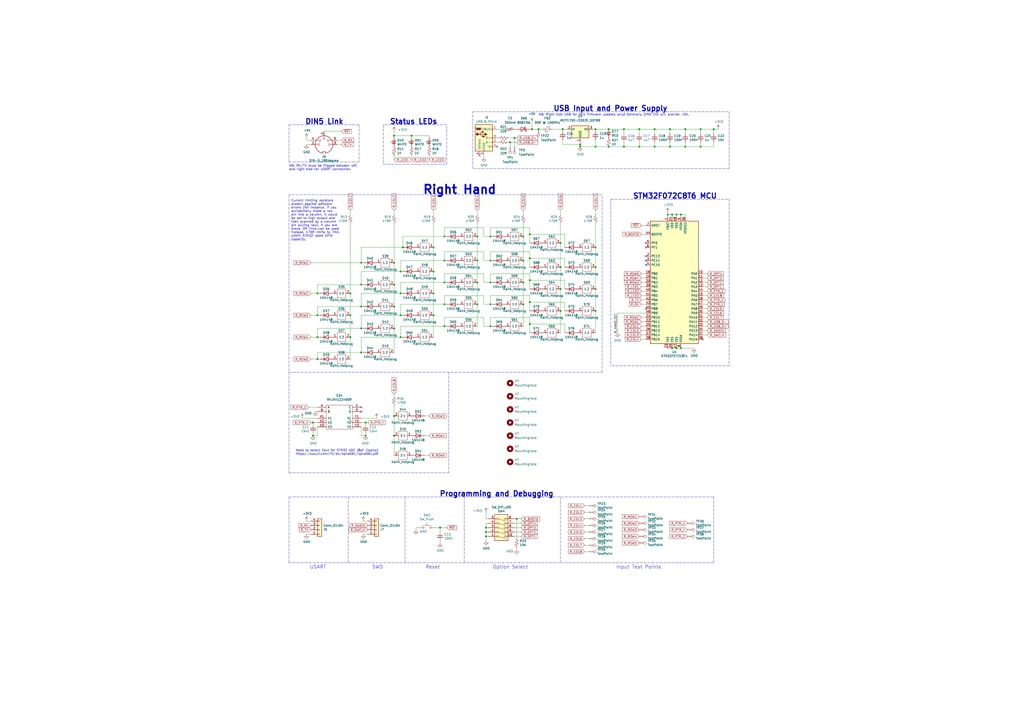
<source format=kicad_sch>
(kicad_sch (version 20211123) (generator eeschema)
  (paper "A2")
  (title_block (title "Thumbler Keyboard") (date "2021-11-27") (rev "0") (company "Strickland Electronics") (comment 1 "and Electronics Accessories"))
  (lib_symbols
    (symbol "Alps_RKJXV:RKJXV122400R" (pin_names (offset 0.762))
      (property "Reference" "S" (at 21.59 7.62 0))
      (property "Value" "Alps_RKJXV_RKJXV122400R" (at 21.59 5.08 0))
      (symbol "RKJXV122400R_0_0"
        (pin bidirectional line (at 0 0 0) (length 5.08) (name "A") (number "A"))
        (pin bidirectional line (at 0 -2.54 0) (length 5.08) (name "B") (number "B"))
        (pin bidirectional line (at 25.4 0 180) (length 5.08) (name "C") (number "C"))
        (pin bidirectional line (at 25.4 -2.54 180) (length 5.08) (name "D") (number "D"))
        (pin input line (at 0 -6.35 0) (length 5.08) (name "X1") (number "X1"))
        (pin output line (at 0 -8.89 0) (length 5.08) (name "X2") (number "X2"))
        (pin input line (at 0 -11.43 0) (length 5.08) (name "X3") (number "X3"))
        (pin input line (at 25.4 -6.35 180) (length 5.08) (name "Y1") (number "Y1"))
        (pin output line (at 25.4 -8.89 180) (length 5.08) (name "Y2") (number "Y2"))
        (pin input line (at 25.4 -11.43 180) (length 5.08) (name "Y3") (number "Y3"))
      )
    )
    (symbol "Connector:DIN-5_180degree" (pin_names (offset 1.016))
      (property "Reference" "J" (at 3.175 5.715 0))
      (property "Value" "DIN-5_180degree" (at 0 -6.35 0))
      (symbol "DIN-5_180degree_1_1"
        (pin passive line (at -7.62 0 0) (length 2.54) (name "~") (number "1"))
        (pin passive line (at 0 7.62 270) (length 2.54) (name "~") (number "2"))
        (pin passive line (at 7.62 0 180) (length 2.54) (name "~") (number "3"))
        (pin passive line (at -7.62 2.54 0) (length 2.54) (name "~") (number "4"))
        (pin passive line (at 7.62 2.54 180) (length 2.54) (name "~") (number "5"))
      )
    )
    (symbol "Connector:TestPoint" (pin_numbers hide) (pin_names (offset 0.762) hide)
      (property "Reference" "TP" (at 0 6.858 0))
      (property "Value" "TestPoint" (at 0 5.08 0))
      (symbol "TestPoint_1_1"
        (pin passive line (at 0 0 90) (length 2.54) (name "1") (number "1"))
      )
    )
    (symbol "Connector:USB_B_Micro" (pin_names (offset 1.016))
      (property "Reference" "J" (at -5.08 11.43 0))
      (property "Value" "USB_B_Micro" (at -5.08 8.89 0))
      (symbol "USB_B_Micro_1_1"
        (pin power_out line (at 7.62 5.08 180) (length 2.54) (name "VBUS") (number "1"))
        (pin bidirectional line (at 7.62 -2.54 180) (length 2.54) (name "D-") (number "2"))
        (pin bidirectional line (at 7.62 0 180) (length 2.54) (name "D+") (number "3"))
        (pin passive line (at 7.62 -5.08 180) (length 2.54) (name "ID") (number "4"))
        (pin power_out line (at 0 -10.16 90) (length 2.54) (name "GND") (number "5"))
        (pin passive line (at -2.54 -10.16 90) (length 2.54) (name "Shield") (number "6"))
      )
    )
    (symbol "Connector_Generic:Conn_01x04" (pin_names (offset 1.016) hide)
      (property "Reference" "J" (at 0 5.08 0))
      (property "Value" "Conn_01x04" (at 0 -7.62 0))
      (symbol "Conn_01x04_1_1"
        (pin passive line (at -5.08 2.54 0) (length 3.81) (name "Pin_1") (number "1"))
        (pin passive line (at -5.08 0 0) (length 3.81) (name "Pin_2") (number "2"))
        (pin passive line (at -5.08 -2.54 0) (length 3.81) (name "Pin_3") (number "3"))
        (pin passive line (at -5.08 -5.08 0) (length 3.81) (name "Pin_4") (number "4"))
      )
    )
    (symbol "Device:C_Small" (pin_numbers hide) (pin_names (offset 0.254) hide)
      (property "Reference" "C" (at 0.254 1.778 0))
      (property "Value" "C_Small" (at 0.254 -2.032 0))
      (symbol "C_Small_1_1"
        (pin passive line (at 0 2.54 270) (length 2.032) (name "~") (number "1"))
        (pin passive line (at 0 -2.54 90) (length 2.032) (name "~") (number "2"))
      )
    )
    (symbol "Device:D_Schottky" (pin_numbers hide) (pin_names (offset 1.016) hide)
      (property "Reference" "D" (at 0 2.54 0))
      (property "Value" "D_Schottky" (at 0 -2.54 0))
      (symbol "D_Schottky_1_1"
        (pin passive line (at -3.81 0 0) (length 2.54) (name "K") (number "1"))
        (pin passive line (at 3.81 0 180) (length 2.54) (name "A") (number "2"))
      )
    )
    (symbol "Device:Ferrite_Bead_Small" (pin_numbers hide) (pin_names (offset 0))
      (property "Reference" "FB" (at 1.905 1.27 0))
      (property "Value" "Device_Ferrite_Bead_Small" (at 1.905 -1.27 0))
      (symbol "Ferrite_Bead_Small_1_1"
        (pin passive line (at 0 2.54 270) (length 1.27) (name "~") (number "1"))
        (pin passive line (at 0 -2.54 90) (length 1.27) (name "~") (number "2"))
      )
    )
    (symbol "Device:LED_Small" (pin_numbers hide) (pin_names (offset 0.254) hide)
      (property "Reference" "D" (at -1.27 3.175 0))
      (property "Value" "LED_Small" (at -4.445 -2.54 0))
      (symbol "LED_Small_1_1"
        (pin passive line (at -2.54 0 0) (length 1.778) (name "K") (number "1"))
        (pin passive line (at 2.54 0 180) (length 1.778) (name "A") (number "2"))
      )
    )
    (symbol "Device:Polyfuse_Small" (pin_numbers hide) (pin_names (offset 0))
      (property "Reference" "F" (at -1.905 0 90))
      (property "Value" "Polyfuse_Small" (at 1.905 0 90))
      (symbol "Polyfuse_Small_1_1"
        (pin passive line (at 0 2.54 270) (length 0.635) (name "~") (number "1"))
        (pin passive line (at 0 -2.54 90) (length 0.635) (name "~") (number "2"))
      )
    )
    (symbol "Device:R_Small_US" (pin_numbers hide) (pin_names (offset 0.254) hide)
      (property "Reference" "R" (at 0.762 0.508 0))
      (property "Value" "R_Small_US" (at 0.762 -1.016 0))
      (symbol "R_Small_US_1_1"
        (pin passive line (at 0 2.54 270) (length 1.016) (name "~") (number "1"))
        (pin passive line (at 0 -2.54 90) (length 1.016) (name "~") (number "2"))
      )
    )
    (symbol "Diode:1N4148" (pin_numbers hide) (pin_names (offset 1.016) hide)
      (property "Reference" "D" (at 0 2.54 0))
      (property "Value" "1N4148" (at 0 -2.54 0))
      (symbol "1N4148_1_1"
        (pin passive line (at -3.81 0 0) (length 2.54) (name "K") (number "1"))
        (pin passive line (at 3.81 0 180) (length 2.54) (name "A") (number "2"))
      )
    )
    (symbol "MCU_ST_STM32F0:STM32F072C8Tx"
      (property "Reference" "U" (at -15.24 36.83 0))
      (property "Value" "STM32F072C8Tx" (at 7.62 36.83 0))
      (symbol "STM32F072C8Tx_1_1"
        (pin power_in line (at -5.08 38.1 270) (length 2.54) (name "VBAT") (number "1"))
        (pin bidirectional line (at 15.24 5.08 180) (length 2.54) (name "PA0") (number "10"))
        (pin bidirectional line (at 15.24 2.54 180) (length 2.54) (name "PA1") (number "11"))
        (pin bidirectional line (at 15.24 0 180) (length 2.54) (name "PA2") (number "12"))
        (pin bidirectional line (at 15.24 -2.54 180) (length 2.54) (name "PA3") (number "13"))
        (pin bidirectional line (at 15.24 -5.08 180) (length 2.54) (name "PA4") (number "14"))
        (pin bidirectional line (at 15.24 -7.62 180) (length 2.54) (name "PA5") (number "15"))
        (pin bidirectional line (at 15.24 -10.16 180) (length 2.54) (name "PA6") (number "16"))
        (pin bidirectional line (at 15.24 -12.7 180) (length 2.54) (name "PA7") (number "17"))
        (pin bidirectional line (at -17.78 5.08 0) (length 2.54) (name "PB0") (number "18"))
        (pin bidirectional line (at -17.78 2.54 0) (length 2.54) (name "PB1") (number "19"))
        (pin bidirectional line (at -17.78 15.24 0) (length 2.54) (name "PC13") (number "2"))
        (pin bidirectional line (at -17.78 0 0) (length 2.54) (name "PB2") (number "20"))
        (pin bidirectional line (at -17.78 -20.32 0) (length 2.54) (name "PB10") (number "21"))
        (pin bidirectional line (at -17.78 -22.86 0) (length 2.54) (name "PB11") (number "22"))
        (pin power_in line (at -5.08 -38.1 90) (length 2.54) (name "VSS") (number "23"))
        (pin power_in line (at -2.54 38.1 270) (length 2.54) (name "VDD") (number "24"))
        (pin bidirectional line (at -17.78 -25.4 0) (length 2.54) (name "PB12") (number "25"))
        (pin bidirectional line (at -17.78 -27.94 0) (length 2.54) (name "PB13") (number "26"))
        (pin bidirectional line (at -17.78 -30.48 0) (length 2.54) (name "PB14") (number "27"))
        (pin bidirectional line (at -17.78 -33.02 0) (length 2.54) (name "PB15") (number "28"))
        (pin bidirectional line (at 15.24 -15.24 180) (length 2.54) (name "PA8") (number "29"))
        (pin bidirectional line (at -17.78 12.7 0) (length 2.54) (name "PC14") (number "3"))
        (pin bidirectional line (at 15.24 -17.78 180) (length 2.54) (name "PA9") (number "30"))
        (pin bidirectional line (at 15.24 -20.32 180) (length 2.54) (name "PA10") (number "31"))
        (pin bidirectional line (at 15.24 -22.86 180) (length 2.54) (name "PA11") (number "32"))
        (pin bidirectional line (at 15.24 -25.4 180) (length 2.54) (name "PA12") (number "33"))
        (pin bidirectional line (at 15.24 -27.94 180) (length 2.54) (name "PA13") (number "34"))
        (pin power_in line (at -2.54 -38.1 90) (length 2.54) (name "VSS") (number "35"))
        (pin power_in line (at 5.08 38.1 270) (length 2.54) (name "VDDIO2") (number "36"))
        (pin bidirectional line (at 15.24 -30.48 180) (length 2.54) (name "PA14") (number "37"))
        (pin bidirectional line (at 15.24 -33.02 180) (length 2.54) (name "PA15") (number "38"))
        (pin bidirectional line (at -17.78 -2.54 0) (length 2.54) (name "PB3") (number "39"))
        (pin bidirectional line (at -17.78 10.16 0) (length 2.54) (name "PC15") (number "4"))
        (pin bidirectional line (at -17.78 -5.08 0) (length 2.54) (name "PB4") (number "40"))
        (pin bidirectional line (at -17.78 -7.62 0) (length 2.54) (name "PB5") (number "41"))
        (pin bidirectional line (at -17.78 -10.16 0) (length 2.54) (name "PB6") (number "42"))
        (pin bidirectional line (at -17.78 -12.7 0) (length 2.54) (name "PB7") (number "43"))
        (pin input line (at -17.78 27.94 0) (length 2.54) (name "BOOT0") (number "44"))
        (pin bidirectional line (at -17.78 -15.24 0) (length 2.54) (name "PB8") (number "45"))
        (pin bidirectional line (at -17.78 -17.78 0) (length 2.54) (name "PB9") (number "46"))
        (pin power_in line (at 0 -38.1 90) (length 2.54) (name "VSS") (number "47"))
        (pin power_in line (at 0 38.1 270) (length 2.54) (name "VDD") (number "48"))
        (pin input line (at -17.78 22.86 0) (length 2.54) (name "PF0") (number "5"))
        (pin input line (at -17.78 20.32 0) (length 2.54) (name "PF1") (number "6"))
        (pin input line (at -17.78 33.02 0) (length 2.54) (name "NRST") (number "7"))
        (pin power_in line (at 2.54 -38.1 90) (length 2.54) (name "VSSA") (number "8"))
        (pin power_in line (at 2.54 38.1 270) (length 2.54) (name "VDDA") (number "9"))
      )
    )
    (symbol "Mechanical:MountingHole" (pin_names (offset 1.016))
      (property "Reference" "H" (at 0 5.08 0))
      (property "Value" "MountingHole" (at 0 3.175 0))
    )
    (symbol "Regulator_Linear:MCP1700-3302E_SOT89" (pin_names (offset 0.254))
      (property "Reference" "U" (at -3.81 3.175 0))
      (property "Value" "MCP1700-3302E_SOT89" (at 0 3.175 0))
      (symbol "MCP1700-3302E_SOT89_1_1"
        (pin power_in line (at 0 -7.62 90) (length 2.54) (name "GND") (number "1"))
        (pin power_in line (at -7.62 0 0) (length 2.54) (name "VI") (number "2"))
        (pin power_out line (at 7.62 0 180) (length 2.54) (name "VO") (number "3"))
      )
    )
    (symbol "Switch:SW_DIP_x05" (pin_names (offset 0) hide)
      (property "Reference" "SW" (at 0 8.89 0))
      (property "Value" "SW_DIP_x05" (at 0 -8.89 0))
      (symbol "SW_DIP_x05_1_1"
        (pin passive line (at -7.62 5.08 0) (length 5.08) (name "~") (number "1"))
        (pin passive line (at 7.62 5.08 180) (length 5.08) (name "~") (number "10"))
        (pin passive line (at -7.62 2.54 0) (length 5.08) (name "~") (number "2"))
        (pin passive line (at -7.62 0 0) (length 5.08) (name "~") (number "3"))
        (pin passive line (at -7.62 -2.54 0) (length 5.08) (name "~") (number "4"))
        (pin passive line (at -7.62 -5.08 0) (length 5.08) (name "~") (number "5"))
        (pin passive line (at 7.62 -5.08 180) (length 5.08) (name "~") (number "6"))
        (pin passive line (at 7.62 -2.54 180) (length 5.08) (name "~") (number "7"))
        (pin passive line (at 7.62 0 180) (length 5.08) (name "~") (number "8"))
        (pin passive line (at 7.62 2.54 180) (length 5.08) (name "~") (number "9"))
      )
    )
    (symbol "Switch:SW_Push" (pin_numbers hide) (pin_names (offset 1.016) hide)
      (property "Reference" "SW" (at 1.27 2.54 0))
      (property "Value" "SW_Push" (at 0 -1.524 0))
      (symbol "SW_Push_0_1"
        (pin passive line (at -5.08 0 0) (length 2.54) (name "1") (number "1"))
        (pin passive line (at 5.08 0 180) (length 2.54) (name "2") (number "2"))
      )
    )
    (symbol "kailh_hotplug_mx_plate:Kailh_Hotplug" (pin_names (offset 1.016))
      (property "Reference" "S" (at 0 6.35 0))
      (property "Value" "kailh_hotplug_mx_plate_Kailh_Hotplug" (at 0 -1.27 0))
      (symbol "Kailh_Hotplug_1_1"
        (pin bidirectional line (at -5.08 2.54 0) (length 2.54) (name "1") (number "1"))
        (pin bidirectional line (at 5.08 2.54 180) (length 2.54) (name "2") (number "2"))
      )
    )
    (symbol "power:+3V3" (power) (pin_names (offset 0))
      (property "Value" "+3V3" (at 0 3.556 0))
      (symbol "+3V3_1_1"
        (pin power_in line (at 0 0 90) (length 0) hide (name "+3V3") (number "1"))
      )
    )
    (symbol "power:+5V" (power) (pin_names (offset 0))
      (property "Value" "+5V" (at 0 3.556 0))
      (symbol "+5V_1_1"
        (pin power_in line (at 0 0 90) (length 0) hide (name "+5V") (number "1"))
      )
    )
    (symbol "power:GND" (power) (pin_names (offset 0))
      (property "Value" "GND" (at 0 -3.81 0))
      (symbol "GND_1_1"
        (pin power_in line (at 0 0 270) (length 0) hide (name "GND") (number "1"))
      )
    )
  )
  (junction (at 251.46 170.18))
  (junction (at 312.42 74.93))
  (junction (at 353.06 74.93))
  (junction (at 336.55 85.09))
  (junction (at 361.95 85.09))
  (junction (at 184.15 170.18))
  (junction (at 299.72 300.99))
  (junction (at 345.44 74.93))
  (junction (at 295.91 82.55))
  (junction (at 307.34 187.96))
  (junction (at 345.44 143.51))
  (junction (at 203.2 170.18))
  (junction (at 276.86 163.83))
  (junction (at 232.41 195.58))
  (junction (at 345.44 167.64))
  (junction (at 257.81 137.16))
  (junction (at 370.84 85.09))
  (junction (at 181.61 245.11))
  (junction (at 308.61 74.93))
  (junction (at 251.46 143.51))
  (junction (at 257.81 163.83))
  (junction (at 389.89 201.93))
  (junction (at 388.62 85.09))
  (junction (at 232.41 157.48))
  (junction (at 284.48 151.13))
  (junction (at 307.34 135.89))
  (junction (at 281.94 308.61))
  (junction (at 276.86 151.13))
  (junction (at 238.76 78.74))
  (junction (at 303.53 163.83))
  (junction (at 184.15 182.88))
  (junction (at 212.09 252.73))
  (junction (at 228.6 252.73))
  (junction (at 325.12 167.64))
  (junction (at 284.48 189.23))
  (junction (at 303.53 137.16))
  (junction (at 257.81 151.13))
  (junction (at 406.4 85.09))
  (junction (at 281.94 311.15))
  (junction (at 232.41 182.88))
  (junction (at 406.4 74.93))
  (junction (at 281.94 306.07))
  (junction (at 307.34 175.26))
  (junction (at 209.55 165.1))
  (junction (at 284.48 137.16))
  (junction (at 228.6 177.8))
  (junction (at 394.97 124.46))
  (junction (at 255.27 306.07))
  (junction (at 203.2 182.88))
  (junction (at 251.46 182.88))
  (junction (at 392.43 124.46))
  (junction (at 303.53 151.13))
  (junction (at 388.62 74.93))
  (junction (at 307.34 149.86))
  (junction (at 276.86 176.53))
  (junction (at 209.55 177.8))
  (junction (at 298.45 80.01))
  (junction (at 284.48 163.83))
  (junction (at 257.81 189.23))
  (junction (at 209.55 152.4))
  (junction (at 228.6 78.74))
  (junction (at 284.48 176.53))
  (junction (at 228.6 241.3))
  (junction (at 414.02 74.93))
  (junction (at 257.81 176.53))
  (junction (at 397.51 85.09))
  (junction (at 345.44 85.09))
  (junction (at 209.55 190.5))
  (junction (at 228.6 152.4))
  (junction (at 276.86 137.16))
  (junction (at 325.12 154.94))
  (junction (at 181.61 252.73))
  (junction (at 184.15 208.28))
  (junction (at 307.34 162.56))
  (junction (at 325.12 140.97))
  (junction (at 345.44 180.34))
  (junction (at 379.73 85.09))
  (junction (at 184.15 195.58))
  (junction (at 345.44 154.94))
  (junction (at 336.55 83.82))
  (junction (at 353.06 85.09))
  (junction (at 392.43 201.93))
  (junction (at 303.53 176.53))
  (junction (at 209.55 204.47))
  (junction (at 212.09 245.11))
  (junction (at 387.35 124.46))
  (junction (at 251.46 157.48))
  (junction (at 232.41 170.18))
  (junction (at 370.84 74.93))
  (junction (at 394.97 201.93))
  (junction (at 389.89 124.46))
  (junction (at 233.68 143.51))
  (junction (at 325.12 180.34))
  (junction (at 326.39 74.93))
  (junction (at 361.95 74.93))
  (junction (at 203.2 195.58))
  (junction (at 228.6 165.1))
  (junction (at 379.73 74.93))
  (junction (at 397.51 74.93))
  (junction (at 228.6 190.5))
  (no_connect (at 209.55 238.76))
  (no_connect (at 374.65 151.13))
  (no_connect (at 374.65 179.07))
  (no_connect (at 209.55 236.22))
  (no_connect (at 374.65 140.97))
  (no_connect (at 374.65 143.51))
  (no_connect (at 374.65 148.59))
  (no_connect (at 278.13 90.17))
  (no_connect (at 288.29 85.09))
  (no_connect (at 407.67 196.85))
  (no_connect (at 374.65 153.67))
  (bus_entry (at 201.93 242.57) (size 2.54 2.54))
  (wire (pts (xy 294.64 82.55) (xy 295.91 82.55)))
  (wire (pts (xy 325.12 129.54) (xy 325.12 140.97)))
  (wire (pts (xy 184.15 182.88) (xy 185.42 182.88)))
  (wire (pts (xy 228.6 90.17) (xy 228.6 92.71)))
  (wire (pts (xy 410.21 184.15) (xy 407.67 184.15)))
  (wire (pts (xy 407.67 166.37) (xy 410.21 166.37)))
  (wire (pts (xy 307.34 132.08) (xy 284.48 132.08)))
  (wire (pts (xy 407.67 194.31) (xy 410.21 194.31)))
  (wire (pts (xy 181.61 245.11) (xy 184.15 245.11)))
  (wire (pts (xy 345.44 74.93) (xy 345.44 76.2)))
  (wire (pts (xy 257.81 171.45) (xy 257.81 176.53)))
  (wire (pts (xy 394.97 124.46) (xy 394.97 125.73)))
  (wire (pts (xy 280.67 189.23) (xy 280.67 184.15)))
  (wire (pts (xy 372.11 189.23) (xy 374.65 189.23)))
  (wire (pts (xy 284.48 189.23) (xy 280.67 189.23)))
  (wire (pts (xy 397.51 85.09) (xy 397.51 82.55)))
  (wire (pts (xy 281.94 308.61) (xy 283.21 308.61)))
  (wire (pts (xy 195.58 81.28) (xy 198.12 81.28)))
  (polyline (pts (xy 325.12 288.29) (xy 325.12 326.39)))
  (wire (pts (xy 285.75 151.13) (xy 284.48 151.13)))
  (wire (pts (xy 259.08 189.23) (xy 257.81 189.23)))
  (wire (pts (xy 255.27 314.96) (xy 255.27 313.69)))
  (wire (pts (xy 370.84 85.09) (xy 379.73 85.09)))
  (wire (pts (xy 203.2 121.92) (xy 203.2 124.46)))
  (wire (pts (xy 232.41 195.58) (xy 209.55 195.58)))
  (wire (pts (xy 303.53 189.23) (xy 303.53 176.53)))
  (wire (pts (xy 394.97 201.93) (xy 402.59 201.93)))
  (wire (pts (xy 288.29 80.01) (xy 289.56 80.01)))
  (wire (pts (xy 353.06 85.09) (xy 361.95 85.09)))
  (wire (pts (xy 259.08 151.13) (xy 257.81 151.13)))
  (wire (pts (xy 345.44 81.28) (xy 345.44 85.09)))
  (wire (pts (xy 339.09 316.23) (xy 341.63 316.23)))
  (wire (pts (xy 388.62 85.09) (xy 397.51 85.09)))
  (wire (pts (xy 175.26 242.57) (xy 184.15 242.57)))
  (polyline (pts (xy 274.32 97.79) (xy 274.32 64.77)))
  (wire (pts (xy 372.11 184.15) (xy 374.65 184.15)))
  (wire (pts (xy 228.6 177.8) (xy 228.6 190.5)))
  (wire (pts (xy 283.21 311.15) (xy 281.94 311.15)))
  (wire (pts (xy 407.67 171.45) (xy 410.21 171.45)))
  (wire (pts (xy 209.55 195.58) (xy 209.55 204.47)))
  (wire (pts (xy 209.55 143.51) (xy 209.55 152.4)))
  (polyline (pts (xy 349.25 215.9) (xy 349.25 113.03)))
  (wire (pts (xy 326.39 81.28) (xy 326.39 83.82)))
  (wire (pts (xy 257.81 158.75) (xy 257.81 163.83)))
  (wire (pts (xy 184.15 165.1) (xy 184.15 170.18)))
  (polyline (pts (xy 222.25 95.25) (xy 259.08 95.25)))
  (wire (pts (xy 339.09 297.18) (xy 341.63 297.18)))
  (polyline (pts (xy 167.64 274.32) (xy 260.35 274.32)))
  (wire (pts (xy 280.67 184.15) (xy 257.81 184.15)))
  (wire (pts (xy 184.15 252.73) (xy 181.61 252.73)))
  (polyline (pts (xy 422.91 64.77) (xy 422.91 97.79)))
  (wire (pts (xy 392.43 201.93) (xy 394.97 201.93)))
  (wire (pts (xy 255.27 306.07) (xy 259.08 306.07)))
  (wire (pts (xy 299.72 300.99) (xy 299.72 312.42)))
  (wire (pts (xy 339.09 293.37) (xy 341.63 293.37)))
  (wire (pts (xy 372.11 163.83) (xy 374.65 163.83)))
  (wire (pts (xy 184.15 247.65) (xy 184.15 252.73)))
  (polyline (pts (xy 167.64 93.98) (xy 208.28 93.98)))
  (wire (pts (xy 276.86 163.83) (xy 276.86 176.53)))
  (polyline (pts (xy 167.64 93.98) (xy 167.64 72.39)))
  (wire (pts (xy 361.95 74.93) (xy 361.95 77.47)))
  (polyline (pts (xy 234.95 288.29) (xy 234.95 326.39)))
  (wire (pts (xy 257.81 137.16) (xy 233.68 137.16)))
  (wire (pts (xy 358.14 181.61) (xy 374.65 181.61)))
  (wire (pts (xy 326.39 76.2) (xy 326.39 74.93)))
  (wire (pts (xy 299.72 300.99) (xy 302.26 300.99)))
  (wire (pts (xy 372.11 173.99) (xy 374.65 173.99)))
  (wire (pts (xy 303.53 121.92) (xy 303.53 124.46)))
  (wire (pts (xy 184.15 195.58) (xy 185.42 195.58)))
  (wire (pts (xy 284.48 151.13) (xy 280.67 151.13)))
  (wire (pts (xy 285.75 189.23) (xy 284.48 189.23)))
  (wire (pts (xy 307.34 146.05) (xy 284.48 146.05)))
  (wire (pts (xy 358.14 181.61) (xy 358.14 193.04)))
  (wire (pts (xy 232.41 163.83) (xy 232.41 170.18)))
  (wire (pts (xy 252.73 306.07) (xy 255.27 306.07)))
  (wire (pts (xy 414.02 74.93) (xy 414.02 77.47)))
  (wire (pts (xy 248.92 90.17) (xy 248.92 92.71)))
  (wire (pts (xy 370.84 74.93) (xy 379.73 74.93)))
  (polyline (pts (xy 259.08 95.25) (xy 259.08 72.39)))
  (wire (pts (xy 280.67 151.13) (xy 280.67 146.05)))
  (wire (pts (xy 280.67 171.45) (xy 257.81 171.45)))
  (wire (pts (xy 228.6 121.92) (xy 228.6 124.46)))
  (wire (pts (xy 281.94 300.99) (xy 283.21 300.99)))
  (wire (pts (xy 345.44 129.54) (xy 345.44 143.51)))
  (wire (pts (xy 325.12 121.92) (xy 325.12 124.46)))
  (wire (pts (xy 325.12 167.64) (xy 325.12 180.34)))
  (polyline (pts (xy 354.33 115.57) (xy 422.91 115.57)))
  (wire (pts (xy 241.3 307.34) (xy 241.3 306.07)))
  (wire (pts (xy 325.12 180.34) (xy 325.12 193.04)))
  (wire (pts (xy 284.48 158.75) (xy 284.48 163.83)))
  (wire (pts (xy 257.81 132.08) (xy 280.67 132.08)))
  (wire (pts (xy 285.75 163.83) (xy 284.48 163.83)))
  (wire (pts (xy 394.97 124.46) (xy 397.51 124.46)))
  (wire (pts (xy 259.08 176.53) (xy 257.81 176.53)))
  (wire (pts (xy 180.34 170.18) (xy 184.15 170.18)))
  (wire (pts (xy 284.48 132.08) (xy 284.48 137.16)))
  (wire (pts (xy 177.8 81.28) (xy 180.34 81.28)))
  (wire (pts (xy 387.35 124.46) (xy 389.89 124.46)))
  (wire (pts (xy 374.65 176.53) (xy 372.11 176.53)))
  (wire (pts (xy 233.68 137.16) (xy 233.68 143.51)))
  (wire (pts (xy 251.46 157.48) (xy 251.46 170.18)))
  (polyline (pts (xy 201.93 326.39) (xy 201.93 288.29)))
  (wire (pts (xy 345.44 143.51) (xy 345.44 154.94)))
  (wire (pts (xy 407.67 161.29) (xy 410.21 161.29)))
  (wire (pts (xy 180.34 245.11) (xy 181.61 245.11)))
  (wire (pts (xy 281.94 308.61) (xy 281.94 306.07)))
  (wire (pts (xy 184.15 208.28) (xy 185.42 208.28)))
  (wire (pts (xy 295.91 82.55) (xy 295.91 85.09)))
  (wire (pts (xy 276.86 176.53) (xy 276.86 189.23)))
  (wire (pts (xy 299.72 317.5) (xy 299.72 318.77)))
  (wire (pts (xy 180.34 182.88) (xy 184.15 182.88)))
  (wire (pts (xy 181.61 251.46) (xy 181.61 252.73)))
  (wire (pts (xy 339.09 308.61) (xy 341.63 308.61)))
  (wire (pts (xy 307.34 135.89) (xy 327.66 135.89)))
  (wire (pts (xy 326.39 83.82) (xy 336.55 83.82)))
  (wire (pts (xy 209.55 177.8) (xy 184.15 177.8)))
  (wire (pts (xy 414.02 74.93) (xy 416.56 74.93)))
  (wire (pts (xy 284.48 176.53) (xy 280.67 176.53)))
  (wire (pts (xy 407.67 173.99) (xy 410.21 173.99)))
  (wire (pts (xy 257.81 158.75) (xy 280.67 158.75)))
  (wire (pts (xy 285.75 176.53) (xy 284.48 176.53)))
  (wire (pts (xy 281.94 297.18) (xy 281.94 300.99)))
  (polyline (pts (xy 208.28 72.39) (xy 208.28 93.98)))
  (wire (pts (xy 327.66 135.89) (xy 327.66 143.51)))
  (wire (pts (xy 280.67 91.44) (xy 280.67 90.17)))
  (wire (pts (xy 307.34 187.96) (xy 307.34 184.15)))
  (wire (pts (xy 228.6 252.73) (xy 228.6 264.16)))
  (wire (pts (xy 339.09 300.99) (xy 341.63 300.99)))
  (wire (pts (xy 233.68 170.18) (xy 232.41 170.18)))
  (wire (pts (xy 361.95 85.09) (xy 370.84 85.09)))
  (wire (pts (xy 232.41 189.23) (xy 232.41 195.58)))
  (wire (pts (xy 298.45 303.53) (xy 302.26 303.53)))
  (polyline (pts (xy 354.33 115.57) (xy 354.33 212.09)))
  (wire (pts (xy 284.48 184.15) (xy 284.48 189.23)))
  (wire (pts (xy 387.35 125.73) (xy 387.35 124.46)))
  (wire (pts (xy 251.46 121.92) (xy 251.46 124.46)))
  (wire (pts (xy 379.73 74.93) (xy 379.73 77.47)))
  (wire (pts (xy 209.55 245.11) (xy 212.09 245.11)))
  (wire (pts (xy 276.86 151.13) (xy 276.86 163.83)))
  (wire (pts (xy 257.81 176.53) (xy 232.41 176.53)))
  (wire (pts (xy 228.6 228.6) (xy 228.6 229.87)))
  (wire (pts (xy 327.66 180.34) (xy 327.66 175.26)))
  (wire (pts (xy 307.34 193.04) (xy 307.34 187.96)))
  (wire (pts (xy 327.66 149.86) (xy 307.34 149.86)))
  (polyline (pts (xy 274.32 64.77) (xy 422.91 64.77)))
  (wire (pts (xy 257.81 132.08) (xy 257.81 137.16)))
  (wire (pts (xy 232.41 151.13) (xy 232.41 157.48)))
  (wire (pts (xy 388.62 82.55) (xy 388.62 85.09)))
  (wire (pts (xy 251.46 129.54) (xy 251.46 143.51)))
  (wire (pts (xy 238.76 90.17) (xy 238.76 92.71)))
  (wire (pts (xy 307.34 167.64) (xy 307.34 162.56)))
  (wire (pts (xy 303.53 129.54) (xy 303.53 137.16)))
  (wire (pts (xy 259.08 137.16) (xy 257.81 137.16)))
  (wire (pts (xy 379.73 85.09) (xy 388.62 85.09)))
  (wire (pts (xy 276.86 129.54) (xy 276.86 137.16)))
  (wire (pts (xy 210.82 204.47) (xy 209.55 204.47)))
  (wire (pts (xy 209.55 182.88) (xy 209.55 190.5)))
  (wire (pts (xy 345.44 85.09) (xy 336.55 85.09)))
  (wire (pts (xy 203.2 182.88) (xy 203.2 195.58)))
  (wire (pts (xy 257.81 189.23) (xy 232.41 189.23)))
  (wire (pts (xy 374.65 161.29) (xy 372.11 161.29)))
  (wire (pts (xy 181.61 246.38) (xy 181.61 245.11)))
  (polyline (pts (xy 167.64 326.39) (xy 167.64 288.29)))
  (polyline (pts (xy 422.91 212.09) (xy 354.33 212.09)))
  (wire (pts (xy 374.65 130.81) (xy 372.11 130.81)))
  (wire (pts (xy 284.48 137.16) (xy 280.67 137.16)))
  (wire (pts (xy 180.34 208.28) (xy 184.15 208.28)))
  (wire (pts (xy 257.81 146.05) (xy 257.81 151.13)))
  (polyline (pts (xy 414.02 326.39) (xy 414.02 288.29)))
  (wire (pts (xy 406.4 85.09) (xy 406.4 82.55)))
  (wire (pts (xy 209.55 252.73) (xy 212.09 252.73)))
  (wire (pts (xy 232.41 157.48) (xy 209.55 157.48)))
  (wire (pts (xy 407.67 163.83) (xy 410.21 163.83)))
  (wire (pts (xy 228.6 190.5) (xy 228.6 204.47)))
  (wire (pts (xy 295.91 82.55) (xy 299.72 82.55)))
  (wire (pts (xy 307.34 135.89) (xy 307.34 132.08)))
  (wire (pts (xy 325.12 140.97) (xy 325.12 154.94)))
  (wire (pts (xy 177.8 309.88) (xy 180.34 309.88)))
  (wire (pts (xy 233.68 182.88) (xy 232.41 182.88)))
  (wire (pts (xy 345.44 74.93) (xy 353.06 74.93)))
  (wire (pts (xy 388.62 74.93) (xy 397.51 74.93)))
  (wire (pts (xy 259.08 163.83) (xy 257.81 163.83)))
  (wire (pts (xy 308.61 71.12) (xy 308.61 74.93)))
  (wire (pts (xy 339.09 320.04) (xy 341.63 320.04)))
  (wire (pts (xy 228.6 152.4) (xy 228.6 129.54)))
  (wire (pts (xy 276.86 121.92) (xy 276.86 124.46)))
  (wire (pts (xy 344.17 74.93) (xy 345.44 74.93)))
  (wire (pts (xy 307.34 149.86) (xy 307.34 146.05)))
  (wire (pts (xy 387.35 123.19) (xy 387.35 124.46)))
  (wire (pts (xy 407.67 191.77) (xy 410.21 191.77)))
  (wire (pts (xy 327.66 154.94) (xy 327.66 149.86)))
  (wire (pts (xy 303.53 137.16) (xy 303.53 151.13)))
  (wire (pts (xy 370.84 85.09) (xy 370.84 82.55)))
  (wire (pts (xy 288.29 82.55) (xy 289.56 82.55)))
  (wire (pts (xy 327.66 193.04) (xy 327.66 187.96)))
  (wire (pts (xy 281.94 306.07) (xy 283.21 306.07)))
  (wire (pts (xy 228.6 165.1) (xy 228.6 152.4)))
  (wire (pts (xy 209.55 157.48) (xy 209.55 165.1)))
  (wire (pts (xy 228.6 234.95) (xy 228.6 241.3)))
  (polyline (pts (xy 422.91 115.57) (xy 422.91 212.09)))
  (wire (pts (xy 327.66 167.64) (xy 327.66 162.56)))
  (polyline (pts (xy 422.91 97.79) (xy 274.32 97.79)))
  (polyline (pts (xy 167.64 113.03) (xy 167.64 274.32)))
  (wire (pts (xy 307.34 140.97) (xy 307.34 135.89)))
  (wire (pts (xy 280.67 163.83) (xy 280.67 158.75)))
  (wire (pts (xy 410.21 179.07) (xy 407.67 179.07)))
  (wire (pts (xy 339.09 304.8) (xy 341.63 304.8)))
  (polyline (pts (xy 269.24 326.39) (xy 269.24 288.29)))
  (wire (pts (xy 327.66 175.26) (xy 307.34 175.26)))
  (wire (pts (xy 339.09 312.42) (xy 341.63 312.42)))
  (wire (pts (xy 257.81 146.05) (xy 280.67 146.05)))
  (wire (pts (xy 372.11 194.31) (xy 374.65 194.31)))
  (wire (pts (xy 345.44 121.92) (xy 345.44 124.46)))
  (wire (pts (xy 406.4 85.09) (xy 414.02 85.09)))
  (wire (pts (xy 285.75 137.16) (xy 284.48 137.16)))
  (wire (pts (xy 228.6 78.74) (xy 228.6 80.01)))
  (wire (pts (xy 255.27 306.07) (xy 255.27 308.61)))
  (wire (pts (xy 210.82 190.5) (xy 209.55 190.5)))
  (wire (pts (xy 257.81 163.83) (xy 232.41 163.83)))
  (wire (pts (xy 280.67 137.16) (xy 280.67 132.08)))
  (wire (pts (xy 345.44 180.34) (xy 345.44 193.04)))
  (wire (pts (xy 210.82 309.88) (xy 213.36 309.88)))
  (wire (pts (xy 184.15 177.8) (xy 184.15 182.88)))
  (wire (pts (xy 180.34 195.58) (xy 184.15 195.58)))
  (polyline (pts (xy 259.08 72.39) (xy 222.25 72.39)))
  (wire (pts (xy 345.44 85.09) (xy 353.06 85.09)))
  (wire (pts (xy 177.8 83.82) (xy 180.34 83.82)))
  (wire (pts (xy 248.92 78.74) (xy 248.92 80.01)))
  (wire (pts (xy 238.76 78.74) (xy 238.76 80.01)))
  (wire (pts (xy 298.45 80.01) (xy 298.45 85.09)))
  (wire (pts (xy 228.6 78.74) (xy 238.76 78.74)))
  (wire (pts (xy 407.67 189.23) (xy 410.21 189.23)))
  (wire (pts (xy 209.55 204.47) (xy 184.15 204.47)))
  (wire (pts (xy 284.48 163.83) (xy 280.67 163.83)))
  (wire (pts (xy 361.95 74.93) (xy 370.84 74.93)))
  (wire (pts (xy 257.81 184.15) (xy 257.81 189.23)))
  (wire (pts (xy 410.21 181.61) (xy 407.67 181.61)))
  (wire (pts (xy 232.41 182.88) (xy 209.55 182.88)))
  (wire (pts (xy 298.45 300.99) (xy 299.72 300.99)))
  (wire (pts (xy 388.62 74.93) (xy 388.62 77.47)))
  (wire (pts (xy 307.34 175.26) (xy 307.34 171.45)))
  (wire (pts (xy 232.41 176.53) (xy 232.41 182.88)))
  (wire (pts (xy 397.51 74.93) (xy 397.51 77.47)))
  (wire (pts (xy 180.34 302.26) (xy 177.8 302.26)))
  (polyline (pts (xy 222.25 72.39) (xy 222.25 95.25)))
  (wire (pts (xy 389.89 124.46) (xy 389.89 125.73)))
  (wire (pts (xy 184.15 204.47) (xy 184.15 208.28)))
  (wire (pts (xy 228.6 165.1) (xy 228.6 177.8)))
  (wire (pts (xy 406.4 74.93) (xy 406.4 77.47)))
  (wire (pts (xy 212.09 251.46) (xy 212.09 252.73)))
  (wire (pts (xy 298.45 80.01) (xy 299.72 80.01)))
  (wire (pts (xy 328.93 74.93) (xy 326.39 74.93)))
  (polyline (pts (xy 349.25 113.03) (xy 167.64 113.03)))
  (wire (pts (xy 228.6 241.3) (xy 228.6 252.73)))
  (wire (pts (xy 251.46 157.48) (xy 251.46 143.51)))
  (wire (pts (xy 325.12 154.94) (xy 325.12 167.64)))
  (wire (pts (xy 281.94 306.07) (xy 281.94 303.53)))
  (wire (pts (xy 307.34 149.86) (xy 307.34 154.94)))
  (wire (pts (xy 372.11 168.91) (xy 374.65 168.91)))
  (wire (pts (xy 407.67 176.53) (xy 410.21 176.53)))
  (wire (pts (xy 407.67 168.91) (xy 410.21 168.91)))
  (wire (pts (xy 327.66 187.96) (xy 307.34 187.96)))
  (wire (pts (xy 251.46 170.18) (xy 251.46 182.88)))
  (wire (pts (xy 345.44 167.64) (xy 345.44 180.34)))
  (wire (pts (xy 276.86 137.16) (xy 276.86 151.13)))
  (wire (pts (xy 298.45 311.15) (xy 302.26 311.15)))
  (wire (pts (xy 389.89 124.46) (xy 392.43 124.46)))
  (wire (pts (xy 406.4 85.09) (xy 397.51 85.09)))
  (wire (pts (xy 251.46 182.88) (xy 251.46 195.58)))
  (wire (pts (xy 361.95 85.09) (xy 361.95 82.55)))
  (polyline (pts (xy 167.64 288.29) (xy 414.02 288.29)))
  (wire (pts (xy 307.34 184.15) (xy 284.48 184.15)))
  (wire (pts (xy 180.34 152.4) (xy 209.55 152.4)))
  (wire (pts (xy 298.45 308.61) (xy 302.26 308.61)))
  (wire (pts (xy 372.11 196.85) (xy 374.65 196.85)))
  (polyline (pts (xy 167.64 215.9) (xy 349.25 215.9)))
  (wire (pts (xy 372.11 171.45) (xy 374.65 171.45)))
  (wire (pts (xy 397.51 124.46) (xy 397.51 125.73)))
  (wire (pts (xy 203.2 129.54) (xy 203.2 170.18)))
  (wire (pts (xy 238.76 78.74) (xy 248.92 78.74)))
  (wire (pts (xy 210.82 165.1) (xy 209.55 165.1)))
  (wire (pts (xy 284.48 171.45) (xy 284.48 176.53)))
  (wire (pts (xy 307.34 158.75) (xy 284.48 158.75)))
  (polyline (pts (xy 260.35 215.9) (xy 260.35 274.32)))
  (wire (pts (xy 407.67 158.75) (xy 410.21 158.75)))
  (wire (pts (xy 209.55 242.57) (xy 218.44 242.57)))
  (wire (pts (xy 298.45 306.07) (xy 302.26 306.07)))
  (wire (pts (xy 307.34 74.93) (xy 308.61 74.93)))
  (wire (pts (xy 372.11 191.77) (xy 374.65 191.77)))
  (wire (pts (xy 389.89 201.93) (xy 392.43 201.93)))
  (wire (pts (xy 242.57 306.07) (xy 241.3 306.07)))
  (wire (pts (xy 327.66 162.56) (xy 307.34 162.56)))
  (wire (pts (xy 187.96 76.2) (xy 198.12 76.2)))
  (wire (pts (xy 233.68 157.48) (xy 232.41 157.48)))
  (wire (pts (xy 288.29 74.93) (xy 293.37 74.93)))
  (wire (pts (xy 209.55 190.5) (xy 184.15 190.5)))
  (wire (pts (xy 372.11 158.75) (xy 374.65 158.75)))
  (wire (pts (xy 336.55 82.55) (xy 336.55 83.82)))
  (wire (pts (xy 179.07 236.22) (xy 184.15 236.22)))
  (wire (pts (xy 184.15 170.18) (xy 185.42 170.18)))
  (wire (pts (xy 232.41 170.18) (xy 209.55 170.18)))
  (wire (pts (xy 246.38 264.16) (xy 248.92 264.16)))
  (wire (pts (xy 307.34 162.56) (xy 307.34 158.75)))
  (wire (pts (xy 303.53 151.13) (xy 303.53 163.83)))
  (wire (pts (xy 397.51 74.93) (xy 406.4 74.93)))
  (polyline (pts (xy 167.64 72.39) (xy 208.28 72.39)))
  (wire (pts (xy 280.67 176.53) (xy 280.67 171.45)))
  (wire (pts (xy 353.06 74.93) (xy 361.95 74.93)))
  (wire (pts (xy 246.38 252.73) (xy 248.92 252.73)))
  (wire (pts (xy 198.12 83.82) (xy 195.58 83.82)))
  (wire (pts (xy 203.2 195.58) (xy 203.2 208.28)))
  (wire (pts (xy 209.55 165.1) (xy 184.15 165.1)))
  (wire (pts (xy 209.55 143.51) (xy 233.68 143.51)))
  (wire (pts (xy 372.11 166.37) (xy 374.65 166.37)))
  (wire (pts (xy 308.61 74.93) (xy 312.42 74.93)))
  (wire (pts (xy 370.84 74.93) (xy 370.84 77.47)))
  (wire (pts (xy 379.73 74.93) (xy 388.62 74.93)))
  (wire (pts (xy 213.36 302.26) (xy 210.82 302.26)))
  (wire (pts (xy 312.42 74.93) (xy 314.96 74.93)))
  (wire (pts (xy 307.34 180.34) (xy 307.34 175.26)))
  (wire (pts (xy 212.09 245.11) (xy 213.36 245.11)))
  (wire (pts (xy 345.44 154.94) (xy 345.44 167.64)))
  (wire (pts (xy 336.55 83.82) (xy 336.55 85.09)))
  (wire (pts (xy 233.68 195.58) (xy 232.41 195.58)))
  (wire (pts (xy 228.6 76.2) (xy 228.6 78.74)))
  (wire (pts (xy 298.45 74.93) (xy 299.72 74.93)))
  (wire (pts (xy 184.15 190.5) (xy 184.15 195.58)))
  (wire (pts (xy 209.55 170.18) (xy 209.55 177.8)))
  (wire (pts (xy 307.34 171.45) (xy 284.48 171.45)))
  (wire (pts (xy 209.55 247.65) (xy 209.55 252.73)))
  (wire (pts (xy 303.53 163.83) (xy 303.53 176.53)))
  (wire (pts (xy 414.02 82.55) (xy 414.02 85.09)))
  (wire (pts (xy 392.43 124.46) (xy 394.97 124.46)))
  (wire (pts (xy 392.43 124.46) (xy 392.43 125.73)))
  (polyline (pts (xy 167.64 326.39) (xy 414.02 326.39)))
  (wire (pts (xy 284.48 146.05) (xy 284.48 151.13)))
  (wire (pts (xy 212.09 245.11) (xy 212.09 246.38)))
  (wire (pts (xy 407.67 186.69) (xy 410.21 186.69)))
  (wire (pts (xy 326.39 74.93) (xy 320.04 74.93)))
  (wire (pts (xy 294.64 80.01) (xy 298.45 80.01)))
  (wire (pts (xy 177.8 80.01) (xy 177.8 81.28)))
  (wire (pts (xy 406.4 74.93) (xy 414.02 74.93)))
  (wire (pts (xy 246.38 241.3) (xy 248.92 241.3)))
  (wire (pts (xy 184.15 238.76) (xy 182.88 238.76)))
  (wire (pts (xy 374.65 135.89) (xy 372.11 135.89)))
  (wire (pts (xy 387.35 201.93) (xy 389.89 201.93)))
  (wire (pts (xy 210.82 177.8) (xy 209.55 177.8)))
  (wire (pts (xy 257.81 151.13) (xy 232.41 151.13)))
  (wire (pts (xy 372.11 186.69) (xy 374.65 186.69)))
  (wire (pts (xy 379.73 82.55) (xy 379.73 85.09)))
  (wire (pts (xy 209.55 152.4) (xy 210.82 152.4)))
  (wire (pts (xy 281.94 303.53) (xy 283.21 303.53)))
  (wire (pts (xy 281.94 311.15) (xy 281.94 313.69)))
  (wire (pts (xy 281.94 311.15) (xy 281.94 308.61)))
  (wire (pts (xy 203.2 182.88) (xy 203.2 170.18)))
  (text "Reset" (at 255.27 330.2 180) (effects (font (size 2.0066 2.0066)) (justify right bottom)))
  (text "NB: Right side USB for DFU firmware updates only! Generally DIN5 link will provide +5V." (at 312.42 67.31 0) (effects (font (size 1.27 1.27)) (justify left bottom)))
  (text "USART" (at 189.23 330.2 180) (effects (font (size 2.0066 2.0066)) (justify right bottom)))
  (text "Status LEDs" (at 226.06 72.39 0) (effects (font (size 2.9972 2.9972) (thickness 0.5994) bold) (justify left bottom)))
  (text "Current limiting resistors \nprotect against software \nerrors (for instance, if you\naccidentally made a row\npin into a column, it could \nbe set to high output and \nthen scanned by a column \npin pulling low). If you are \nbrave, 0R links can be used \ninstead. 470R limits to 7mA, \nwithin STM32 rated GPIO \ncapacity." (at 168.91 139.7 0) (effects (font (size 1.27 1.27)) (justify left bottom)))
  (text "DIN5 Link" (at 199.39 72.39 180) (effects (font (size 2.9972 2.9972) (thickness 0.5994) bold) (justify right bottom)))
  (text "Need to select Cext for STM32 ADC (8pF Csamp)\nhttps://www.ti.com/lit/an/spna061/spna061.pdf" (at 171.45 264.16 0) (effects (font (size 1.27 1.27)) (justify left bottom)))
  (text "SWD" (at 222.25 330.2 180) (effects (font (size 2.0066 2.0066)) (justify right bottom)))
  (text "NB: RX/TX must be flipped between left \nand right side for USART connection.\n" (at 167.64 99.06 0) (effects (font (size 1.27 1.27)) (justify left bottom)))
  (text "USB Input and Power Supply" (at 387.35 64.77 180) (effects (font (size 2.9972 2.9972) (thickness 0.5994) bold) (justify right bottom)))
  (text "Option Select" (at 285.75 330.2 0) (effects (font (size 2.0066 2.0066)) (justify left bottom)))
  (text "Input Test Points" (at 383.54 330.2 180) (effects (font (size 2.0066 2.0066)) (justify right bottom)))
  (text "STM32F072C8T6 MCU" (at 367.03 115.57 0) (effects (font (size 2.9972 2.9972) (thickness 0.5994) bold) (justify left bottom)))
  (text "Programming and Debugging" (at 321.31 288.29 180) (effects (font (size 2.9972 2.9972) (thickness 0.5994) bold) (justify right bottom)))
  (text "Right Hand" (at 288.29 113.03 180) (effects (font (size 5.0038 5.0038) (thickness 1.0008) bold) (justify right bottom)))
  (label "R_HAND_SET" (at 358.14 181.61 270))
  (global_label "R_COL6" (shape input) (at 410.21 181.61 0) (property "Intersheet References" "${INTERSHEET_REFS}" (effects hide)))
  (global_label "R_COL5" (shape input) (at 303.53 121.92 90) (property "Intersheet References" "${INTERSHEET_REFS}" (effects hide)))
  (global_label "R_ROW3" (shape input) (at 370.84 307.34 180) (property "Intersheet References" "${INTERSHEET_REFS}" (effects hide)))
  (global_label "R_PTR_Z" (shape input) (at 410.21 168.91 0) (property "Intersheet References" "${INTERSHEET_REFS}" (effects hide)))
  (global_label "R_ROW2" (shape input) (at 180.34 170.18 180) (property "Intersheet References" "${INTERSHEET_REFS}" (effects hide)))
  (global_label "R_LED1" (shape input) (at 372.11 166.37 180) (property "Intersheet References" "${INTERSHEET_REFS}" (effects hide)))
  (global_label "R_COL7" (shape input) (at 345.44 121.92 90) (property "Intersheet References" "${INTERSHEET_REFS}" (effects hide)))
  (global_label "R_PTR_X" (shape input) (at 410.21 173.99 0) (property "Intersheet References" "${INTERSHEET_REFS}" (effects hide)))
  (global_label "R_SWCLK" (shape input) (at 213.36 307.34 180) (property "Intersheet References" "${INTERSHEET_REFS}" (effects hide)))
  (global_label "R_USB_D+" (shape input) (at 299.72 80.01 0) (property "Intersheet References" "${INTERSHEET_REFS}" (effects hide)))
  (global_label "R_ROW4" (shape input) (at 372.11 161.29 180) (property "Intersheet References" "${INTERSHEET_REFS}" (effects hide)))
  (global_label "R_ROW2" (shape input) (at 370.84 303.53 180) (property "Intersheet References" "${INTERSHEET_REFS}" (effects hide)))
  (global_label "R_COL8" (shape input) (at 410.21 171.45 0) (property "Intersheet References" "${INTERSHEET_REFS}" (effects hide)))
  (global_label "R_USB_D-" (shape input) (at 410.21 186.69 0) (property "Intersheet References" "${INTERSHEET_REFS}" (effects hide)))
  (global_label "R_COL2" (shape input) (at 228.6 121.92 90) (property "Intersheet References" "${INTERSHEET_REFS}" (effects hide)))
  (global_label "R_COL6" (shape input) (at 325.12 121.92 90) (property "Intersheet References" "${INTERSHEET_REFS}" (effects hide)))
  (global_label "R_ROW4" (shape input) (at 370.84 311.15 180) (property "Intersheet References" "${INTERSHEET_REFS}" (effects hide)))
  (global_label "R_LED2" (shape input) (at 238.76 92.71 0) (property "Intersheet References" "${INTERSHEET_REFS}" (effects hide)))
  (global_label "R_LED3" (shape input) (at 372.11 171.45 180) (property "Intersheet References" "${INTERSHEET_REFS}" (effects hide)))
  (global_label "R_COL1" (shape input) (at 372.11 189.23 180) (property "Intersheet References" "${INTERSHEET_REFS}" (effects hide)))
  (global_label "R_USB_D-" (shape input) (at 299.72 82.55 0) (property "Intersheet References" "${INTERSHEET_REFS}" (effects hide)))
  (global_label "R_PTR_X" (shape input) (at 398.78 303.53 180) (property "Intersheet References" "${INTERSHEET_REFS}" (effects hide)))
  (global_label "R_ROW5" (shape input) (at 180.34 208.28 180) (property "Intersheet References" "${INTERSHEET_REFS}" (effects hide)))
  (global_label "~{RST}" (shape input) (at 372.11 130.81 180) (property "Intersheet References" "${INTERSHEET_REFS}" (effects hide)))
  (global_label "R_ROW5" (shape input) (at 248.92 264.16 0) (property "Intersheet References" "${INTERSHEET_REFS}" (effects hide)))
  (global_label "R_COL3" (shape input) (at 251.46 121.92 90) (property "Intersheet References" "${INTERSHEET_REFS}" (effects hide)))
  (global_label "~{RST}" (shape input) (at 259.08 306.07 0) (property "Intersheet References" "${INTERSHEET_REFS}" (effects hide)))
  (global_label "R_COL5" (shape input) (at 339.09 308.61 180) (property "Intersheet References" "${INTERSHEET_REFS}" (effects hide)))
  (global_label "R_BOOT0" (shape input) (at 302.26 300.99 0) (property "Intersheet References" "${INTERSHEET_REFS}" (effects hide)))
  (global_label "R_COL3" (shape input) (at 372.11 194.31 180) (property "Intersheet References" "${INTERSHEET_REFS}" (effects hide)))
  (global_label "R_COL8" (shape input) (at 228.6 228.6 90) (property "Intersheet References" "${INTERSHEET_REFS}" (effects hide)))
  (global_label "R_SWCLK" (shape input) (at 410.21 194.31 0) (property "Intersheet References" "${INTERSHEET_REFS}" (effects hide)))
  (global_label "R_OPT3" (shape input) (at 410.21 161.29 0) (property "Intersheet References" "${INTERSHEET_REFS}" (effects hide)))
  (global_label "R_ROW1" (shape input) (at 370.84 299.72 180) (property "Intersheet References" "${INTERSHEET_REFS}" (effects hide)))
  (global_label "R_PTR_Y" (shape input) (at 398.78 307.34 180) (property "Intersheet References" "${INTERSHEET_REFS}" (effects hide)))
  (global_label "R_COL5" (shape input) (at 410.21 179.07 0) (property "Intersheet References" "${INTERSHEET_REFS}" (effects hide)))
  (global_label "R_ROW2" (shape input) (at 372.11 184.15 180) (property "Intersheet References" "${INTERSHEET_REFS}" (effects hide)))
  (global_label "R_OPT4" (shape input) (at 302.26 303.53 0) (property "Intersheet References" "${INTERSHEET_REFS}" (effects hide)))
  (global_label "R_COL1" (shape input) (at 203.2 121.92 90) (property "Intersheet References" "${INTERSHEET_REFS}" (effects hide)))
  (global_label "R_COL8" (shape input) (at 339.09 320.04 180) (property "Intersheet References" "${INTERSHEET_REFS}" (effects hide)))
  (global_label "R_ROW3" (shape input) (at 372.11 163.83 180) (property "Intersheet References" "${INTERSHEET_REFS}" (effects hide)))
  (global_label "R_OPT1" (shape input) (at 410.21 166.37 0) (property "Intersheet References" "${INTERSHEET_REFS}" (effects hide)))
  (global_label "R_COL7" (shape input) (at 339.09 316.23 180) (property "Intersheet References" "${INTERSHEET_REFS}" (effects hide)))
  (global_label "R_SWDIO" (shape input) (at 410.21 191.77 0) (property "Intersheet References" "${INTERSHEET_REFS}" (effects hide)))
  (global_label "R_TX" (shape input) (at 180.34 307.34 180) (property "Intersheet References" "${INTERSHEET_REFS}" (effects hide)))
  (global_label "~{RST}" (shape input) (at 198.12 76.2 0) (property "Intersheet References" "${INTERSHEET_REFS}" (effects hide)))
  (global_label "R_COL4" (shape input) (at 276.86 121.92 90) (property "Intersheet References" "${INTERSHEET_REFS}" (effects hide)))
  (global_label "R_ROW1" (shape input) (at 180.34 152.4 180) (property "Intersheet References" "${INTERSHEET_REFS}" (effects hide)))
  (global_label "R_BOOT0" (shape input) (at 372.11 135.89 180) (property "Intersheet References" "${INTERSHEET_REFS}" (effects hide)))
  (global_label "R_ROW3" (shape input) (at 180.34 182.88 180) (property "Intersheet References" "${INTERSHEET_REFS}" (effects hide)))
  (global_label "R_COL4" (shape input) (at 339.09 304.8 180) (property "Intersheet References" "${INTERSHEET_REFS}" (effects hide)))
  (global_label "R_COL2" (shape input) (at 339.09 297.18 180) (property "Intersheet References" "${INTERSHEET_REFS}" (effects hide)))
  (global_label "R_USB_D+" (shape input) (at 410.21 189.23 0) (property "Intersheet References" "${INTERSHEET_REFS}" (effects hide)))
  (global_label "R_ROW1" (shape input) (at 372.11 186.69 180) (property "Intersheet References" "${INTERSHEET_REFS}" (effects hide)))
  (global_label "R_PTR_X" (shape input) (at 180.34 245.11 180) (property "Intersheet References" "${INTERSHEET_REFS}" (effects hide)))
  (global_label "R_OPT2" (shape input) (at 410.21 163.83 0) (property "Intersheet References" "${INTERSHEET_REFS}" (effects hide)))
  (global_label "R_COL7" (shape input) (at 410.21 184.15 0) (property "Intersheet References" "${INTERSHEET_REFS}" (effects hide)))
  (global_label "R_ROW4" (shape input) (at 180.34 195.58 180) (property "Intersheet References" "${INTERSHEET_REFS}" (effects hide)))
  (global_label "R_OPT1" (shape input) (at 302.26 311.15 0) (property "Intersheet References" "${INTERSHEET_REFS}" (effects hide)))
  (global_label "R_COL6" (shape input) (at 339.09 312.42 180) (property "Intersheet References" "${INTERSHEET_REFS}" (effects hide)))
  (global_label "R_PTR_Y" (shape input) (at 213.36 245.11 0) (property "Intersheet References" "${INTERSHEET_REFS}" (effects hide)))
  (global_label "R_ROW5" (shape input) (at 370.84 314.96 180) (property "Intersheet References" "${INTERSHEET_REFS}" (effects hide)))
  (global_label "R_RX" (shape input) (at 372.11 176.53 180) (property "Intersheet References" "${INTERSHEET_REFS}" (effects hide)))
  (global_label "R_PTR_Z" (shape input) (at 398.78 311.15 180) (property "Intersheet References" "${INTERSHEET_REFS}" (effects hide)))
  (global_label "R_RX" (shape input) (at 180.34 304.8 180) (property "Intersheet References" "${INTERSHEET_REFS}" (effects hide)))
  (global_label "R_OPT4" (shape input) (at 410.21 158.75 0) (property "Intersheet References" "${INTERSHEET_REFS}" (effects hide)))
  (global_label "R_COL2" (shape input) (at 372.11 191.77 180) (property "Intersheet References" "${INTERSHEET_REFS}" (effects hide)))
  (global_label "R_PTR_Z" (shape input) (at 179.07 236.22 180) (property "Intersheet References" "${INTERSHEET_REFS}" (effects hide)))
  (global_label "R_OPT3" (shape input) (at 302.26 306.07 0) (property "Intersheet References" "${INTERSHEET_REFS}" (effects hide)))
  (global_label "R_OPT2" (shape input) (at 302.26 308.61 0) (property "Intersheet References" "${INTERSHEET_REFS}" (effects hide)))
  (global_label "R_COL4" (shape input) (at 372.11 196.85 180) (property "Intersheet References" "${INTERSHEET_REFS}" (effects hide)))
  (global_label "R_COL1" (shape input) (at 339.09 293.37 180) (property "Intersheet References" "${INTERSHEET_REFS}" (effects hide)))
  (global_label "R_LED3" (shape input) (at 248.92 92.71 0) (property "Intersheet References" "${INTERSHEET_REFS}" (effects hide)))
  (global_label "R_ROW4" (shape input) (at 248.92 252.73 0) (property "Intersheet References" "${INTERSHEET_REFS}" (effects hide)))
  (global_label "R_TX" (shape input) (at 372.11 173.99 180) (property "Intersheet References" "${INTERSHEET_REFS}" (effects hide)))
  (global_label "R_LED2" (shape input) (at 372.11 168.91 180) (property "Intersheet References" "${INTERSHEET_REFS}" (effects hide)))
  (global_label "R_SWDIO" (shape input) (at 213.36 304.8 180) (property "Intersheet References" "${INTERSHEET_REFS}" (effects hide)))
  (global_label "R_LED1" (shape input) (at 228.6 92.71 0) (property "Intersheet References" "${INTERSHEET_REFS}" (effects hide)))
  (global_label "R_ROW3" (shape input) (at 248.92 241.3 0) (property "Intersheet References" "${INTERSHEET_REFS}" (effects hide)))
  (global_label "R_PTR_Y" (shape input) (at 410.21 176.53 0) (property "Intersheet References" "${INTERSHEET_REFS}" (effects hide)))
  (global_label "R_TX" (shape input) (at 198.12 83.82 0) (property "Intersheet References" "${INTERSHEET_REFS}" (effects hide)))
  (global_label "R_RX" (shape input) (at 198.12 81.28 0) (property "Intersheet References" "${INTERSHEET_REFS}" (effects hide)))
  (global_label "R_COL3" (shape input) (at 339.09 300.99 180) (property "Intersheet References" "${INTERSHEET_REFS}" (effects hide)))
  (global_label "R_ROW5" (shape input) (at 372.11 158.75 180) (property "Intersheet References" "${INTERSHEET_REFS}" (effects hide)))
  (symbol (lib_id "Diode:1N4148") (at 331.47 143.51 0) (unit 1)
    (property "Reference" "D72" (at 331.47 140.97 0))
    (property "Value" "1N4148" (at 331.47 146.05 0))
    (property "Footprint" "Diode_THT:D_DO-35_SOD27_P7.62mm_Horizontal" (effects hide))
    (property "Datasheet" "https://assets.nexperia.com/documents/data-sheet/1N4148_1N4448.pdf" (effects hide))
  )
  (symbol (lib_id "kailh_hotplug_mx_plate:Kailh_Hotplug") (at 340.36 146.05 0) (unit 1)
    (property "Reference" "S67" (at 340.36 139.7 0))
    (property "Value" "Kailh_Hotplug" (at 340.36 147.32 0))
    (property "Footprint" "keyswitches:Kailh_socket_MX_platemount" (effects hide))
  )
  (symbol (lib_id "kailh_hotplug_mx_plate:Kailh_Hotplug") (at 246.38 185.42 0) (unit 1)
    (property "Reference" "S50" (at 246.38 179.07 0))
    (property "Value" "Kailh_Hotplug" (at 246.38 186.69 0))
    (property "Footprint" "keyswitches:Kailh_socket_MX_platemount" (effects hide))
  )
  (symbol (lib_id "Diode:1N4148") (at 331.47 154.94 0) (unit 1)
    (property "Reference" "D73" (at 331.47 152.4 0))
    (property "Value" "1N4148" (at 331.47 157.48 0))
    (property "Footprint" "Diode_THT:D_DO-35_SOD27_P7.62mm_Horizontal" (effects hide))
    (property "Datasheet" "https://assets.nexperia.com/documents/data-sheet/1N4148_1N4448.pdf" (effects hide))
  )
  (symbol (lib_id "Diode:1N4148") (at 331.47 193.04 0) (unit 1)
    (property "Reference" "D76" (at 331.47 190.5 0))
    (property "Value" "1N4148" (at 331.47 195.58 0))
    (property "Footprint" "Diode_THT:D_DO-35_SOD27_P7.62mm_Horizontal" (effects hide))
    (property "Datasheet" "https://assets.nexperia.com/documents/data-sheet/1N4148_1N4448.pdf" (effects hide))
  )
  (symbol (lib_id "Diode:1N4148") (at 311.15 193.04 0) (unit 1)
    (property "Reference" "D71" (at 311.15 190.5 0))
    (property "Value" "1N4148" (at 311.15 195.58 0))
    (property "Footprint" "Diode_THT:D_DO-35_SOD27_P7.62mm_Horizontal" (effects hide))
    (property "Datasheet" "https://assets.nexperia.com/documents/data-sheet/1N4148_1N4448.pdf" (effects hide))
  )
  (symbol (lib_id "Diode:1N4148") (at 311.15 180.34 0) (unit 1)
    (property "Reference" "D70" (at 311.15 177.8 0))
    (property "Value" "1N4148" (at 311.15 182.88 0))
    (property "Footprint" "Diode_THT:D_DO-35_SOD27_P7.62mm_Horizontal" (effects hide))
    (property "Datasheet" "https://assets.nexperia.com/documents/data-sheet/1N4148_1N4448.pdf" (effects hide))
  )
  (symbol (lib_id "Diode:1N4148") (at 311.15 167.64 0) (unit 1)
    (property "Reference" "D69" (at 311.15 165.1 0))
    (property "Value" "1N4148" (at 311.15 170.18 0))
    (property "Footprint" "Diode_THT:D_DO-35_SOD27_P7.62mm_Horizontal" (effects hide))
    (property "Datasheet" "https://assets.nexperia.com/documents/data-sheet/1N4148_1N4448.pdf" (effects hide))
  )
  (symbol (lib_id "Diode:1N4148") (at 311.15 154.94 0) (unit 1)
    (property "Reference" "D68" (at 311.15 152.4 0))
    (property "Value" "1N4148" (at 311.15 157.48 0))
    (property "Footprint" "Diode_THT:D_DO-35_SOD27_P7.62mm_Horizontal" (effects hide))
    (property "Datasheet" "https://assets.nexperia.com/documents/data-sheet/1N4148_1N4448.pdf" (effects hide))
  )
  (symbol (lib_id "Diode:1N4148") (at 311.15 140.97 0) (unit 1)
    (property "Reference" "D67" (at 311.15 138.43 0))
    (property "Value" "1N4148" (at 311.15 143.51 0))
    (property "Footprint" "Diode_THT:D_DO-35_SOD27_P7.62mm_Horizontal" (effects hide))
    (property "Datasheet" "https://assets.nexperia.com/documents/data-sheet/1N4148_1N4448.pdf" (effects hide))
  )
  (symbol (lib_id "Diode:1N4148") (at 289.56 137.16 0) (unit 1)
    (property "Reference" "D61" (at 289.56 134.62 0))
    (property "Value" "1N4148" (at 289.56 139.7 0))
    (property "Footprint" "Diode_THT:D_DO-35_SOD27_P7.62mm_Horizontal" (effects hide))
    (property "Datasheet" "https://assets.nexperia.com/documents/data-sheet/1N4148_1N4448.pdf" (effects hide))
  )
  (symbol (lib_id "Diode:1N4148") (at 289.56 151.13 0) (unit 1)
    (property "Reference" "D62" (at 289.56 148.59 0))
    (property "Value" "1N4148" (at 289.56 153.67 0))
    (property "Footprint" "Diode_THT:D_DO-35_SOD27_P7.62mm_Horizontal" (effects hide))
    (property "Datasheet" "https://assets.nexperia.com/documents/data-sheet/1N4148_1N4448.pdf" (effects hide))
  )
  (symbol (lib_id "Diode:1N4148") (at 289.56 163.83 0) (unit 1)
    (property "Reference" "D63" (at 289.56 161.29 0))
    (property "Value" "1N4148" (at 289.56 166.37 0))
    (property "Footprint" "Diode_THT:D_DO-35_SOD27_P7.62mm_Horizontal" (effects hide))
    (property "Datasheet" "https://assets.nexperia.com/documents/data-sheet/1N4148_1N4448.pdf" (effects hide))
  )
  (symbol (lib_id "Diode:1N4148") (at 289.56 176.53 0) (unit 1)
    (property "Reference" "D64" (at 289.56 173.99 0))
    (property "Value" "1N4148" (at 289.56 179.07 0))
    (property "Footprint" "Diode_THT:D_DO-35_SOD27_P7.62mm_Horizontal" (effects hide))
    (property "Datasheet" "https://assets.nexperia.com/documents/data-sheet/1N4148_1N4448.pdf" (effects hide))
  )
  (symbol (lib_id "Diode:1N4148") (at 289.56 189.23 0) (unit 1)
    (property "Reference" "D65" (at 289.56 186.69 0))
    (property "Value" "1N4148" (at 289.56 191.77 0))
    (property "Footprint" "Diode_THT:D_DO-35_SOD27_P7.62mm_Horizontal" (effects hide))
    (property "Datasheet" "https://assets.nexperia.com/documents/data-sheet/1N4148_1N4448.pdf" (effects hide))
  )
  (symbol (lib_id "Diode:1N4148") (at 262.89 189.23 0) (unit 1)
    (property "Reference" "D60" (at 262.89 186.69 0))
    (property "Value" "1N4148" (at 262.89 191.77 0))
    (property "Footprint" "Diode_THT:D_DO-35_SOD27_P7.62mm_Horizontal" (effects hide))
    (property "Datasheet" "https://assets.nexperia.com/documents/data-sheet/1N4148_1N4448.pdf" (effects hide))
  )
  (symbol (lib_id "Diode:1N4148") (at 262.89 176.53 0) (unit 1)
    (property "Reference" "D59" (at 262.89 173.99 0))
    (property "Value" "1N4148" (at 262.89 179.07 0))
    (property "Footprint" "Diode_THT:D_DO-35_SOD27_P7.62mm_Horizontal" (effects hide))
    (property "Datasheet" "https://assets.nexperia.com/documents/data-sheet/1N4148_1N4448.pdf" (effects hide))
  )
  (symbol (lib_id "Diode:1N4148") (at 262.89 163.83 0) (unit 1)
    (property "Reference" "D58" (at 262.89 161.29 0))
    (property "Value" "1N4148" (at 262.89 166.37 0))
    (property "Footprint" "Diode_THT:D_DO-35_SOD27_P7.62mm_Horizontal" (effects hide))
    (property "Datasheet" "https://assets.nexperia.com/documents/data-sheet/1N4148_1N4448.pdf" (effects hide))
  )
  (symbol (lib_id "Diode:1N4148") (at 262.89 151.13 0) (unit 1)
    (property "Reference" "D57" (at 262.89 148.59 0))
    (property "Value" "1N4148" (at 262.89 153.67 0))
    (property "Footprint" "Diode_THT:D_DO-35_SOD27_P7.62mm_Horizontal" (effects hide))
    (property "Datasheet" "https://assets.nexperia.com/documents/data-sheet/1N4148_1N4448.pdf" (effects hide))
  )
  (symbol (lib_id "Diode:1N4148") (at 262.89 137.16 0) (unit 1)
    (property "Reference" "D56" (at 262.89 134.62 0))
    (property "Value" "1N4148" (at 262.89 139.7 0))
    (property "Footprint" "Diode_THT:D_DO-35_SOD27_P7.62mm_Horizontal" (effects hide))
    (property "Datasheet" "https://assets.nexperia.com/documents/data-sheet/1N4148_1N4448.pdf" (effects hide))
  )
  (symbol (lib_id "Diode:1N4148") (at 237.49 143.51 0) (unit 1)
    (property "Reference" "D46" (at 237.49 140.97 0))
    (property "Value" "1N4148" (at 237.49 146.05 0))
    (property "Footprint" "Diode_THT:D_DO-35_SOD27_P7.62mm_Horizontal" (effects hide))
    (property "Datasheet" "https://assets.nexperia.com/documents/data-sheet/1N4148_1N4448.pdf" (effects hide))
  )
  (symbol (lib_id "Diode:1N4148") (at 237.49 157.48 0) (unit 1)
    (property "Reference" "D47" (at 237.49 154.94 0))
    (property "Value" "1N4148" (at 237.49 160.02 0))
    (property "Footprint" "Diode_THT:D_DO-35_SOD27_P7.62mm_Horizontal" (effects hide))
    (property "Datasheet" "https://assets.nexperia.com/documents/data-sheet/1N4148_1N4448.pdf" (effects hide))
  )
  (symbol (lib_id "Diode:1N4148") (at 237.49 170.18 0) (unit 1)
    (property "Reference" "D48" (at 237.49 167.64 0))
    (property "Value" "1N4148" (at 237.49 172.72 0))
    (property "Footprint" "Diode_THT:D_DO-35_SOD27_P7.62mm_Horizontal" (effects hide))
    (property "Datasheet" "https://assets.nexperia.com/documents/data-sheet/1N4148_1N4448.pdf" (effects hide))
  )
  (symbol (lib_id "Diode:1N4148") (at 237.49 182.88 0) (unit 1)
    (property "Reference" "D49" (at 237.49 180.34 0))
    (property "Value" "1N4148" (at 237.49 185.42 0))
    (property "Footprint" "Diode_THT:D_DO-35_SOD27_P7.62mm_Horizontal" (effects hide))
    (property "Datasheet" "https://assets.nexperia.com/documents/data-sheet/1N4148_1N4448.pdf" (effects hide))
  )
  (symbol (lib_id "Diode:1N4148") (at 237.49 195.58 0) (unit 1)
    (property "Reference" "D50" (at 237.49 193.04 0))
    (property "Value" "1N4148" (at 237.49 198.12 0))
    (property "Footprint" "Diode_THT:D_DO-35_SOD27_P7.62mm_Horizontal" (effects hide))
    (property "Datasheet" "https://assets.nexperia.com/documents/data-sheet/1N4148_1N4448.pdf" (effects hide))
  )
  (symbol (lib_id "Diode:1N4148") (at 214.63 204.47 0) (unit 1)
    (property "Reference" "D44" (at 214.63 201.93 0))
    (property "Value" "1N4148" (at 214.63 207.01 0))
    (property "Footprint" "Diode_THT:D_DO-35_SOD27_P7.62mm_Horizontal" (effects hide))
    (property "Datasheet" "https://assets.nexperia.com/documents/data-sheet/1N4148_1N4448.pdf" (effects hide))
  )
  (symbol (lib_id "Diode:1N4148") (at 214.63 190.5 0) (unit 1)
    (property "Reference" "D43" (at 214.63 187.96 0))
    (property "Value" "1N4148" (at 214.63 193.04 0))
    (property "Footprint" "Diode_THT:D_DO-35_SOD27_P7.62mm_Horizontal" (effects hide))
    (property "Datasheet" "https://assets.nexperia.com/documents/data-sheet/1N4148_1N4448.pdf" (effects hide))
  )
  (symbol (lib_id "Diode:1N4148") (at 214.63 177.8 0) (unit 1)
    (property "Reference" "D42" (at 214.63 175.26 0))
    (property "Value" "1N4148" (at 214.63 180.34 0))
    (property "Footprint" "Diode_THT:D_DO-35_SOD27_P7.62mm_Horizontal" (effects hide))
    (property "Datasheet" "https://assets.nexperia.com/documents/data-sheet/1N4148_1N4448.pdf" (effects hide))
  )
  (symbol (lib_id "Diode:1N4148") (at 214.63 165.1 0) (unit 1)
    (property "Reference" "D41" (at 214.63 162.56 0))
    (property "Value" "1N4148" (at 214.63 167.64 0))
    (property "Footprint" "Diode_THT:D_DO-35_SOD27_P7.62mm_Horizontal" (effects hide))
    (property "Datasheet" "https://assets.nexperia.com/documents/data-sheet/1N4148_1N4448.pdf" (effects hide))
  )
  (symbol (lib_id "Diode:1N4148") (at 214.63 152.4 0) (unit 1)
    (property "Reference" "D40" (at 214.63 149.86 0))
    (property "Value" "1N4148" (at 214.63 154.94 0))
    (property "Footprint" "Diode_THT:D_DO-35_SOD27_P7.62mm_Horizontal" (effects hide))
    (property "Datasheet" "https://assets.nexperia.com/documents/data-sheet/1N4148_1N4448.pdf" (effects hide))
  )
  (symbol (lib_id "Diode:1N4148") (at 189.23 208.28 0) (unit 1)
    (property "Reference" "D39" (at 189.23 205.74 0))
    (property "Value" "1N4148" (at 189.23 210.82 0))
    (property "Footprint" "Diode_THT:D_DO-35_SOD27_P7.62mm_Horizontal" (effects hide))
    (property "Datasheet" "https://assets.nexperia.com/documents/data-sheet/1N4148_1N4448.pdf" (effects hide))
  )
  (symbol (lib_id "Diode:1N4148") (at 189.23 195.58 0) (unit 1)
    (property "Reference" "D38" (at 189.23 193.04 0))
    (property "Value" "1N4148" (at 189.23 198.12 0))
    (property "Footprint" "Diode_THT:D_DO-35_SOD27_P7.62mm_Horizontal" (effects hide))
    (property "Datasheet" "https://assets.nexperia.com/documents/data-sheet/1N4148_1N4448.pdf" (effects hide))
  )
  (symbol (lib_id "Diode:1N4148") (at 189.23 182.88 0) (unit 1)
    (property "Reference" "D37" (at 189.23 180.34 0))
    (property "Value" "1N4148" (at 189.23 185.42 0))
    (property "Footprint" "Diode_THT:D_DO-35_SOD27_P7.62mm_Horizontal" (effects hide))
    (property "Datasheet" "https://assets.nexperia.com/documents/data-sheet/1N4148_1N4448.pdf" (effects hide))
  )
  (symbol (lib_id "Diode:1N4148") (at 189.23 170.18 0) (unit 1)
    (property "Reference" "D36" (at 189.23 167.64 0))
    (property "Value" "1N4148" (at 189.23 172.72 0))
    (property "Footprint" "Diode_THT:D_DO-35_SOD27_P7.62mm_Horizontal" (effects hide))
    (property "Datasheet" "https://assets.nexperia.com/documents/data-sheet/1N4148_1N4448.pdf" (effects hide))
  )
  (symbol (lib_id "kailh_hotplug_mx_plate:Kailh_Hotplug") (at 320.04 195.58 0) (unit 1)
    (property "Reference" "S66" (at 320.04 189.23 0))
    (property "Value" "Kailh_Hotplug" (at 320.04 196.85 0))
    (property "Footprint" "keyswitches:Kailh_socket_MX_platemount" (effects hide))
  )
  (symbol (lib_id "kailh_hotplug_mx_plate:Kailh_Hotplug") (at 320.04 170.18 0) (unit 1)
    (property "Reference" "S64" (at 320.04 163.83 0))
    (property "Value" "Kailh_Hotplug" (at 320.04 171.45 0))
    (property "Footprint" "keyswitches:Kailh_socket_MX_platemount" (effects hide))
  )
  (symbol (lib_id "kailh_hotplug_mx_plate:Kailh_Hotplug") (at 320.04 157.48 0) (unit 1)
    (property "Reference" "S63" (at 320.04 151.13 0))
    (property "Value" "Kailh_Hotplug" (at 320.04 158.75 0))
    (property "Footprint" "keyswitches:Kailh_socket_MX_platemount" (effects hide))
  )
  (symbol (lib_id "kailh_hotplug_mx_plate:Kailh_Hotplug") (at 320.04 143.51 0) (unit 1)
    (property "Reference" "S62" (at 320.04 137.16 0))
    (property "Value" "Kailh_Hotplug" (at 320.04 144.78 0))
    (property "Footprint" "keyswitches:Kailh_socket_MX_platemount" (effects hide))
  )
  (symbol (lib_id "kailh_hotplug_mx_plate:Kailh_Hotplug") (at 298.45 191.77 0) (unit 1)
    (property "Reference" "S61" (at 298.45 185.42 0))
    (property "Value" "Kailh_Hotplug" (at 298.45 193.04 0))
    (property "Footprint" "keyswitches:Kailh_socket_MX_platemount" (effects hide))
  )
  (symbol (lib_id "kailh_hotplug_mx_plate:Kailh_Hotplug") (at 298.45 179.07 0) (unit 1)
    (property "Reference" "S60" (at 298.45 172.72 0))
    (property "Value" "Kailh_Hotplug" (at 298.45 180.34 0))
    (property "Footprint" "keyswitches:Kailh_socket_MX_platemount" (effects hide))
  )
  (symbol (lib_id "kailh_hotplug_mx_plate:Kailh_Hotplug") (at 298.45 166.37 0) (unit 1)
    (property "Reference" "S59" (at 298.45 160.02 0))
    (property "Value" "Kailh_Hotplug" (at 298.45 167.64 0))
    (property "Footprint" "keyswitches:Kailh_socket_MX_platemount" (effects hide))
  )
  (symbol (lib_id "kailh_hotplug_mx_plate:Kailh_Hotplug") (at 298.45 153.67 0) (unit 1)
    (property "Reference" "S58" (at 298.45 147.32 0))
    (property "Value" "Kailh_Hotplug" (at 298.45 154.94 0))
    (property "Footprint" "keyswitches:Kailh_socket_MX_platemount" (effects hide))
  )
  (symbol (lib_id "kailh_hotplug_mx_plate:Kailh_Hotplug") (at 298.45 139.7 0) (unit 1)
    (property "Reference" "S57" (at 298.45 133.35 0))
    (property "Value" "Kailh_Hotplug" (at 298.45 140.97 0))
    (property "Footprint" "keyswitches:Kailh_socket_MX_platemount" (effects hide))
  )
  (symbol (lib_id "kailh_hotplug_mx_plate:Kailh_Hotplug") (at 340.36 195.58 0) (unit 1)
    (property "Reference" "S71" (at 340.36 189.23 0))
    (property "Value" "Kailh_Hotplug" (at 340.36 196.85 0))
    (property "Footprint" "keyswitches:Kailh_socket_MX_platemount" (effects hide))
  )
  (symbol (lib_id "kailh_hotplug_mx_plate:Kailh_Hotplug") (at 271.78 191.77 0) (unit 1)
    (property "Reference" "S56" (at 271.78 185.42 0))
    (property "Value" "Kailh_Hotplug" (at 271.78 193.04 0))
    (property "Footprint" "keyswitches:Kailh_socket_MX_platemount" (effects hide))
  )
  (symbol (lib_id "kailh_hotplug_mx_plate:Kailh_Hotplug") (at 246.38 198.12 0) (unit 1)
    (property "Reference" "S51" (at 246.38 191.77 0))
    (property "Value" "Kailh_Hotplug" (at 246.38 199.39 0))
    (property "Footprint" "keyswitches:Kailh_socket_MX_platemount" (effects hide))
  )
  (symbol (lib_id "kailh_hotplug_mx_plate:Kailh_Hotplug") (at 223.52 207.01 0) (unit 1)
    (property "Reference" "S43" (at 223.52 200.66 0))
    (property "Value" "Kailh_Hotplug" (at 223.52 208.28 0))
    (property "Footprint" "keyswitches:Kailh_socket_MX_platemount" (effects hide))
  )
  (symbol (lib_id "kailh_hotplug_mx_plate:Kailh_Hotplug") (at 198.12 210.82 0) (unit 1)
    (property "Reference" "S38" (at 198.12 204.47 0))
    (property "Value" "Kailh_Hotplug" (at 198.12 212.09 0))
    (property "Footprint" "keyswitches:Kailh_socket_MX_platemount" (effects hide))
  )
  (symbol (lib_id "kailh_hotplug_mx_plate:Kailh_Hotplug") (at 271.78 179.07 0) (unit 1)
    (property "Reference" "S55" (at 271.78 172.72 0))
    (property "Value" "Kailh_Hotplug" (at 271.78 180.34 0))
    (property "Footprint" "keyswitches:Kailh_socket_MX_platemount" (effects hide))
  )
  (symbol (lib_id "kailh_hotplug_mx_plate:Kailh_Hotplug") (at 223.52 193.04 0) (unit 1)
    (property "Reference" "S42" (at 223.52 186.69 0))
    (property "Value" "Kailh_Hotplug" (at 223.52 194.31 0))
    (property "Footprint" "keyswitches:Kailh_socket_MX_platemount" (effects hide))
  )
  (symbol (lib_id "kailh_hotplug_mx_plate:Kailh_Hotplug") (at 198.12 198.12 0) (unit 1)
    (property "Reference" "S37" (at 198.12 191.77 0))
    (property "Value" "Kailh_Hotplug" (at 198.12 199.39 0))
    (property "Footprint" "keyswitches:Kailh_socket_MX_platemount" (effects hide))
  )
  (symbol (lib_id "kailh_hotplug_mx_plate:Kailh_Hotplug") (at 271.78 166.37 0) (unit 1)
    (property "Reference" "S54" (at 271.78 160.02 0))
    (property "Value" "Kailh_Hotplug" (at 271.78 167.64 0))
    (property "Footprint" "keyswitches:Kailh_socket_MX_platemount" (effects hide))
  )
  (symbol (lib_id "kailh_hotplug_mx_plate:Kailh_Hotplug") (at 246.38 172.72 0) (unit 1)
    (property "Reference" "S49" (at 246.38 166.37 0))
    (property "Value" "Kailh_Hotplug" (at 246.38 173.99 0))
    (property "Footprint" "keyswitches:Kailh_socket_MX_platemount" (effects hide))
  )
  (symbol (lib_id "kailh_hotplug_mx_plate:Kailh_Hotplug") (at 223.52 180.34 0) (unit 1)
    (property "Reference" "S41" (at 223.52 173.99 0))
    (property "Value" "Kailh_Hotplug" (at 223.52 181.61 0))
    (property "Footprint" "keyswitches:Kailh_socket_MX_platemount" (effects hide))
  )
  (symbol (lib_id "kailh_hotplug_mx_plate:Kailh_Hotplug") (at 340.36 157.48 0) (unit 1)
    (property "Reference" "S68" (at 340.36 151.13 0))
    (property "Value" "Kailh_Hotplug" (at 340.36 158.75 0))
    (property "Footprint" "keyswitches:Kailh_socket_MX_platemount" (effects hide))
  )
  (symbol (lib_id "kailh_hotplug_mx_plate:Kailh_Hotplug") (at 198.12 185.42 0) (unit 1)
    (property "Reference" "S36" (at 198.12 179.07 0))
    (property "Value" "Kailh_Hotplug" (at 198.12 186.69 0))
    (property "Footprint" "keyswitches:Kailh_socket_MX_platemount" (effects hide))
  )
  (symbol (lib_id "kailh_hotplug_mx_plate:Kailh_Hotplug") (at 271.78 153.67 0) (unit 1)
    (property "Reference" "S53" (at 271.78 147.32 0))
    (property "Value" "Kailh_Hotplug" (at 271.78 154.94 0))
    (property "Footprint" "keyswitches:Kailh_socket_MX_platemount" (effects hide))
  )
  (symbol (lib_id "kailh_hotplug_mx_plate:Kailh_Hotplug") (at 246.38 160.02 0) (unit 1)
    (property "Reference" "S48" (at 246.38 153.67 0))
    (property "Value" "Kailh_Hotplug" (at 246.38 161.29 0))
    (property "Footprint" "keyswitches:Kailh_socket_MX_platemount" (effects hide))
  )
  (symbol (lib_id "kailh_hotplug_mx_plate:Kailh_Hotplug") (at 223.52 167.64 0) (unit 1)
    (property "Reference" "S40" (at 223.52 161.29 0))
    (property "Value" "Kailh_Hotplug" (at 223.52 168.91 0))
    (property "Footprint" "keyswitches:Kailh_socket_MX_platemount" (effects hide))
  )
  (symbol (lib_id "kailh_hotplug_mx_plate:Kailh_Hotplug") (at 198.12 172.72 0) (unit 1)
    (property "Reference" "S35" (at 198.12 166.37 0))
    (property "Value" "Kailh_Hotplug" (at 198.12 173.99 0))
    (property "Footprint" "keyswitches:Kailh_socket_MX_platemount" (effects hide))
  )
  (symbol (lib_id "kailh_hotplug_mx_plate:Kailh_Hotplug") (at 271.78 139.7 0) (unit 1)
    (property "Reference" "S52" (at 271.78 133.35 0))
    (property "Value" "Kailh_Hotplug" (at 271.78 140.97 0))
    (property "Footprint" "keyswitches:Kailh_socket_MX_platemount" (effects hide))
  )
  (symbol (lib_id "kailh_hotplug_mx_plate:Kailh_Hotplug") (at 246.38 146.05 0) (unit 1)
    (property "Reference" "S47" (at 246.38 139.7 0))
    (property "Value" "Kailh_Hotplug" (at 246.38 147.32 0))
    (property "Footprint" "keyswitches:Kailh_socket_MX_platemount" (effects hide))
  )
  (symbol (lib_id "kailh_hotplug_mx_plate:Kailh_Hotplug") (at 223.52 154.94 0) (unit 1)
    (property "Reference" "S39" (at 223.52 148.59 0))
    (property "Value" "Kailh_Hotplug" (at 223.52 156.21 0))
    (property "Footprint" "keyswitches:Kailh_socket_MX_platemount" (effects hide))
  )
  (symbol (lib_id "kailh_hotplug_mx_plate:Kailh_Hotplug") (at 320.04 182.88 0) (unit 1)
    (property "Reference" "S65" (at 320.04 176.53 0))
    (property "Value" "Kailh_Hotplug" (at 320.04 184.15 0))
    (property "Footprint" "keyswitches:Kailh_socket_MX_platemount" (effects hide))
  )
  (symbol (lib_id "power:GND") (at 336.55 85.09 0) (unit 1)
    (property "Reference" "#PWR039" (effects hide))
    (property "Value" "GND" (at 336.677 89.4842 0))
  )
  (symbol (lib_id "Device:C_Small") (at 370.84 80.01 0) (unit 1)
    (property "Reference" "C17" (at 373.1768 78.8416 0) (effects (justify left)))
    (property "Value" "4u7" (at 373.1768 81.153 0) (effects (justify left)))
    (property "Footprint" "Capacitor_SMD:C_0603_1608Metric_Pad1.08x0.95mm_HandSolder" (effects hide))
  )
  (symbol (lib_id "Device:C_Small") (at 379.73 80.01 0) (unit 1)
    (property "Reference" "C18" (at 382.0668 78.8416 0) (effects (justify left)))
    (property "Value" "100n" (at 382.0668 81.153 0) (effects (justify left)))
    (property "Footprint" "Capacitor_SMD:C_0603_1608Metric_Pad1.08x0.95mm_HandSolder" (effects hide))
  )
  (symbol (lib_id "Device:C_Small") (at 388.62 80.01 0) (unit 1)
    (property "Reference" "C19" (at 390.9568 78.8416 0) (effects (justify left)))
    (property "Value" "100n" (at 390.9568 81.153 0) (effects (justify left)))
    (property "Footprint" "Capacitor_SMD:C_0603_1608Metric_Pad1.08x0.95mm_HandSolder" (effects hide))
  )
  (symbol (lib_id "Device:C_Small") (at 397.51 80.01 0) (unit 1)
    (property "Reference" "C20" (at 399.8468 78.8416 0) (effects (justify left)))
    (property "Value" "100n" (at 399.8468 81.153 0) (effects (justify left)))
    (property "Footprint" "Capacitor_SMD:C_0603_1608Metric_Pad1.08x0.95mm_HandSolder" (effects hide))
  )
  (symbol (lib_id "Device:C_Small") (at 361.95 80.01 0) (unit 1)
    (property "Reference" "C16" (at 364.2868 78.8416 0) (effects (justify left)))
    (property "Value" "4u7" (at 364.2868 81.153 0) (effects (justify left)))
    (property "Footprint" "Capacitor_SMD:C_0603_1608Metric_Pad1.08x0.95mm_HandSolder" (effects hide))
  )
  (symbol (lib_id "Device:LED_Small") (at 353.06 77.47 90) (unit 1)
    (property "Reference" "D77" (at 354.838 76.3016 90) (effects (justify right)))
    (property "Value" "RED" (at 354.838 78.613 90) (effects (justify right)))
    (property "Footprint" "LED_SMD:LED_1206_3216Metric_Pad1.42x1.75mm_HandSolder" (effects hide))
  )
  (symbol (lib_id "power:+3V3") (at 416.56 74.93 0) (unit 1)
    (property "Reference" "#PWR043" (effects hide))
    (property "Value" "+3V3" (at 416.941 70.5358 0))
  )
  (symbol (lib_id "Device:C_Small") (at 345.44 78.74 0) (unit 1)
    (property "Reference" "C15" (at 347.7768 77.5716 0) (effects (justify left)))
    (property "Value" "1u" (at 347.7768 79.883 0) (effects (justify left)))
    (property "Footprint" "Capacitor_SMD:C_0805_2012Metric_Pad1.18x1.45mm_HandSolder" (effects hide))
  )
  (symbol (lib_id "power:GND") (at 280.67 91.44 0) (unit 1)
    (property "Reference" "#PWR034" (effects hide))
    (property "Value" "GND" (at 280.797 95.8342 0))
  )
  (symbol (lib_id "Connector:USB_B_Micro") (at 280.67 80.01 0) (unit 1)
    (property "Reference" "J8" (at 282.1178 68.1482 0))
    (property "Value" "USB_B_Micro" (at 282.1178 70.4596 0))
    (property "Footprint" "Connector_USB:USB_Micro-B_HRO_U-F-M5SS-W-1" (effects hide))
    (property "Datasheet" "https://datasheet.lcsc.com/lcsc/2108131730_Korean-Hroparts-Elec-U-F-M5SS-W-1_C145783.pdf" (effects hide))
  )
  (symbol (lib_id "Device:Ferrite_Bead_Small") (at 317.5 74.93 270) (unit 1)
    (property "Reference" "FB2" (at 317.5381 68.58 90))
    (property "Value" "90R @ 100MHz" (at 317.5381 71.12 90))
    (property "Footprint" "Inductor_SMD:L_0805_2012Metric_Pad1.15x1.40mm_HandSolder" (effects hide))
  )
  (symbol (lib_id "Device:R_Small_US") (at 353.06 82.55 0) (unit 1)
    (property "Reference" "R27" (at 354.7872 81.3816 0) (effects (justify left)))
    (property "Value" "1K" (at 354.7872 83.693 0) (effects (justify left)))
    (property "Footprint" "Resistor_SMD:R_0805_2012Metric_Pad1.20x1.40mm_HandSolder" (effects hide))
  )
  (symbol (lib_id "Device:C_Small") (at 406.4 80.01 0) (unit 1)
    (property "Reference" "C21" (at 408.7368 78.8416 0) (effects (justify left)))
    (property "Value" "1u" (at 408.7368 81.153 0) (effects (justify left)))
    (property "Footprint" "Capacitor_SMD:C_0603_1608Metric_Pad1.08x0.95mm_HandSolder" (effects hide))
  )
  (symbol (lib_id "Device:C_Small") (at 414.02 80.01 0) (unit 1)
    (property "Reference" "C22" (at 416.3568 78.8416 0) (effects (justify left)))
    (property "Value" "10n" (at 416.3568 81.153 0) (effects (justify left)))
    (property "Footprint" "Capacitor_SMD:C_0603_1608Metric_Pad1.08x0.95mm_HandSolder" (effects hide))
  )
  (symbol (lib_id "Device:R_Small_US") (at 292.1 80.01 270) (unit 1)
    (property "Reference" "R21" (at 292.1 73.66 90))
    (property "Value" "22R" (at 292.1 76.2 90))
    (property "Footprint" "Resistor_SMD:R_0805_2012Metric_Pad1.20x1.40mm_HandSolder" (effects hide))
  )
  (symbol (lib_id "Device:R_Small_US") (at 292.1 82.55 90) (unit 1)
    (property "Reference" "R22" (at 292.1 86.36 90))
    (property "Value" "22R" (at 292.1 88.9 90))
    (property "Footprint" "Resistor_SMD:R_0805_2012Metric_Pad1.20x1.40mm_HandSolder" (effects hide))
  )
  (symbol (lib_id "Regulator_Linear:MCP1700-3302E_SOT89") (at 336.55 74.93 0) (unit 1)
    (property "Reference" "U3" (at 336.55 67.31 0))
    (property "Value" "MCP1700-3302E_SOT89" (at 336.55 69.85 0))
    (property "Footprint" "Package_TO_SOT_SMD:SOT-89-3" (effects hide))
    (property "Datasheet" "http://ww1.microchip.com/downloads/en/DeviceDoc/20001826D.pdf" (effects hide))
  )
  (symbol (lib_id "Device:C_Small") (at 326.39 78.74 0) (unit 1)
    (property "Reference" "C14" (at 328.7268 77.5716 0) (effects (justify left)))
    (property "Value" "1u" (at 328.7268 79.883 0) (effects (justify left)))
    (property "Footprint" "Capacitor_SMD:C_0805_2012Metric_Pad1.18x1.45mm_HandSolder" (effects hide))
  )
  (symbol (lib_id "Device:C_Small") (at 212.09 248.92 0) (unit 1)
    (property "Reference" "C12" (at 214.4268 247.7516 0) (effects (justify left)))
    (property "Value" "Cext" (at 214.4268 250.063 0) (effects (justify left)))
    (property "Footprint" "Capacitor_SMD:C_0805_2012Metric_Pad1.18x1.45mm_HandSolder" (effects hide))
  )
  (symbol (lib_id "power:GND") (at 212.09 252.73 0) (mirror y) (unit 1)
    (property "Reference" "#PWR029" (effects hide))
    (property "Value" "GND" (at 211.963 257.1242 0))
  )
  (symbol (lib_id "power:GND") (at 177.8 83.82 0) (unit 1)
    (property "Reference" "#PWR022" (effects hide))
    (property "Value" "GND" (at 177.927 88.2142 0))
  )
  (symbol (lib_id "power:+5V") (at 177.8 80.01 0) (unit 1)
    (property "Reference" "#PWR021" (effects hide))
    (property "Value" "+5V" (at 178.181 75.6158 0))
  )
  (symbol (lib_id "Connector:DIN-5_180degree") (at 187.96 83.82 0) (unit 1)
    (property "Reference" "J6" (at 187.96 90.805 0))
    (property "Value" "DIN-5_180degree" (at 187.96 93.1164 0))
    (property "Footprint" "Connector_DIN:DIN5_180_CP-2350" (effects hide))
    (property "Datasheet" "http://www.mouser.com/ds/2/18/40_c091_abd_e-75918.pdf" (effects hide))
  )
  (symbol (lib_id "power:GND") (at 402.59 201.93 0) (unit 1)
    (property "Reference" "#PWR042" (effects hide))
    (property "Value" "GND" (at 402.717 206.3242 0))
  )
  (symbol (lib_id "MCU_ST_STM32F0:STM32F072C8Tx") (at 392.43 163.83 0) (unit 1)
    (property "Reference" "U4" (at 391.16 204.1906 0))
    (property "Value" "STM32F072C8Tx" (at 391.16 206.502 0))
    (property "Footprint" "Package_QFP:LQFP-48_7x7mm_P0.5mm" (effects hide))
    (property "Datasheet" "http://www.st.com/st-web-ui/static/active/en/resource/technical/document/datasheet/DM00090510.pdf" (effects hide))
  )
  (symbol (lib_id "power:+3V3") (at 387.35 123.19 0) (unit 1)
    (property "Reference" "#PWR041" (effects hide))
    (property "Value" "+3V3" (at 387.731 118.7958 0))
  )
  (symbol (lib_id "power:GND") (at 358.14 193.04 0) (unit 1)
    (property "Reference" "#PWR040" (effects hide))
    (property "Value" "GND" (at 358.267 197.4342 0))
  )
  (symbol (lib_id "kailh_hotplug_mx_plate:Kailh_Hotplug") (at 233.68 266.7 0) (mirror y) (unit 1)
    (property "Reference" "S46" (at 233.68 260.35 0))
    (property "Value" "Kailh_Hotplug" (at 233.68 267.97 0))
    (property "Footprint" "keyswitches:Kailh_socket_MX_platemount" (effects hide))
  )
  (symbol (lib_id "Diode:1N4148") (at 242.57 264.16 0) (mirror y) (unit 1)
    (property "Reference" "D54" (at 242.57 261.62 0))
    (property "Value" "1N4148" (at 242.57 266.7 0))
    (property "Footprint" "Diode_THT:D_DO-35_SOD27_P7.62mm_Horizontal" (effects hide))
    (property "Datasheet" "https://assets.nexperia.com/documents/data-sheet/1N4148_1N4448.pdf" (effects hide))
  )
  (symbol (lib_id "kailh_hotplug_mx_plate:Kailh_Hotplug") (at 233.68 255.27 0) (mirror y) (unit 1)
    (property "Reference" "S45" (at 233.68 248.92 0))
    (property "Value" "Kailh_Hotplug" (at 233.68 256.54 0))
    (property "Footprint" "keyswitches:Kailh_socket_MX_platemount" (effects hide))
  )
  (symbol (lib_id "Diode:1N4148") (at 242.57 252.73 0) (mirror y) (unit 1)
    (property "Reference" "D53" (at 242.57 250.19 0))
    (property "Value" "1N4148" (at 242.57 255.27 0))
    (property "Footprint" "Diode_THT:D_DO-35_SOD27_P7.62mm_Horizontal" (effects hide))
    (property "Datasheet" "https://assets.nexperia.com/documents/data-sheet/1N4148_1N4448.pdf" (effects hide))
  )
  (symbol (lib_id "Diode:1N4148") (at 242.57 241.3 0) (mirror y) (unit 1)
    (property "Reference" "D52" (at 242.57 238.76 0))
    (property "Value" "1N4148" (at 242.57 243.84 0))
    (property "Footprint" "Diode_THT:D_DO-35_SOD27_P7.62mm_Horizontal" (effects hide))
    (property "Datasheet" "https://assets.nexperia.com/documents/data-sheet/1N4148_1N4448.pdf" (effects hide))
  )
  (symbol (lib_id "Device:R_Small_US") (at 228.6 232.41 0) (unit 1)
    (property "Reference" "R16" (at 230.3272 231.2416 0) (effects (justify left)))
    (property "Value" "470R" (at 230.3272 233.553 0) (effects (justify left)))
    (property "Footprint" "Resistor_SMD:R_0805_2012Metric_Pad1.20x1.40mm_HandSolder" (effects hide))
  )
  (symbol (lib_id "kailh_hotplug_mx_plate:Kailh_Hotplug") (at 233.68 243.84 0) (mirror y) (unit 1)
    (property "Reference" "S44" (at 233.68 237.49 0))
    (property "Value" "Kailh_Hotplug" (at 233.68 245.11 0))
    (property "Footprint" "keyswitches:Kailh_socket_MX_platemount" (effects hide))
  )
  (symbol (lib_id "Connector:TestPoint") (at 370.84 314.96 270) (unit 1)
    (property "Reference" "TP35" (at 375.6152 313.7916 90) (effects (justify left)))
    (property "Value" "TestPoint" (at 375.6152 316.103 90) (effects (justify left)))
    (property "Footprint" "TestPoint:TestPoint_Pad_D2.0mm" (effects hide))
  )
  (symbol (lib_id "Connector:TestPoint") (at 370.84 299.72 270) (unit 1)
    (property "Reference" "TP31" (at 375.6152 298.5516 90) (effects (justify left)))
    (property "Value" "TestPoint" (at 375.6152 300.863 90) (effects (justify left)))
    (property "Footprint" "TestPoint:TestPoint_Pad_D2.0mm" (effects hide))
  )
  (symbol (lib_id "Connector:TestPoint") (at 370.84 303.53 270) (unit 1)
    (property "Reference" "TP32" (at 375.6152 302.3616 90) (effects (justify left)))
    (property "Value" "TestPoint" (at 375.6152 304.673 90) (effects (justify left)))
    (property "Footprint" "TestPoint:TestPoint_Pad_D2.0mm" (effects hide))
  )
  (symbol (lib_id "Connector:TestPoint") (at 370.84 307.34 270) (unit 1)
    (property "Reference" "TP33" (at 375.6152 306.1716 90) (effects (justify left)))
    (property "Value" "TestPoint" (at 375.6152 308.483 90) (effects (justify left)))
    (property "Footprint" "TestPoint:TestPoint_Pad_D2.0mm" (effects hide))
  )
  (symbol (lib_id "Connector:TestPoint") (at 370.84 311.15 270) (unit 1)
    (property "Reference" "TP34" (at 375.6152 309.9816 90) (effects (justify left)))
    (property "Value" "TestPoint" (at 375.6152 312.293 90) (effects (justify left)))
    (property "Footprint" "TestPoint:TestPoint_Pad_D2.0mm" (effects hide))
  )
  (symbol (lib_id "Connector:TestPoint") (at 341.63 293.37 270) (unit 1)
    (property "Reference" "TP23" (at 346.4052 292.2016 90) (effects (justify left)))
    (property "Value" "TestPoint" (at 346.4052 294.513 90) (effects (justify left)))
    (property "Footprint" "TestPoint:TestPoint_Pad_D2.0mm" (effects hide))
  )
  (symbol (lib_id "Connector:TestPoint") (at 341.63 297.18 270) (unit 1)
    (property "Reference" "TP24" (at 346.4052 296.0116 90) (effects (justify left)))
    (property "Value" "TestPoint" (at 346.4052 298.323 90) (effects (justify left)))
    (property "Footprint" "TestPoint:TestPoint_Pad_D2.0mm" (effects hide))
  )
  (symbol (lib_id "Connector:TestPoint") (at 341.63 300.99 270) (unit 1)
    (property "Reference" "TP25" (at 346.4052 299.8216 90) (effects (justify left)))
    (property "Value" "TestPoint" (at 346.4052 302.133 90) (effects (justify left)))
    (property "Footprint" "TestPoint:TestPoint_Pad_D2.0mm" (effects hide))
  )
  (symbol (lib_id "Connector:TestPoint") (at 341.63 304.8 270) (unit 1)
    (property "Reference" "TP26" (at 346.4052 303.6316 90) (effects (justify left)))
    (property "Value" "TestPoint" (at 346.4052 305.943 90) (effects (justify left)))
    (property "Footprint" "TestPoint:TestPoint_Pad_D2.0mm" (effects hide))
  )
  (symbol (lib_id "Connector:TestPoint") (at 341.63 308.61 270) (unit 1)
    (property "Reference" "TP27" (at 346.4052 307.4416 90) (effects (justify left)))
    (property "Value" "TestPoint" (at 346.4052 309.753 90) (effects (justify left)))
    (property "Footprint" "TestPoint:TestPoint_Pad_D2.0mm" (effects hide))
  )
  (symbol (lib_id "Connector:TestPoint") (at 341.63 312.42 270) (unit 1)
    (property "Reference" "TP28" (at 346.4052 311.2516 90) (effects (justify left)))
    (property "Value" "TestPoint" (at 346.4052 313.563 90) (effects (justify left)))
    (property "Footprint" "TestPoint:TestPoint_Pad_D2.0mm" (effects hide))
  )
  (symbol (lib_id "Connector:TestPoint") (at 341.63 316.23 270) (unit 1)
    (property "Reference" "TP29" (at 346.4052 315.0616 90) (effects (justify left)))
    (property "Value" "TestPoint" (at 346.4052 317.373 90) (effects (justify left)))
    (property "Footprint" "TestPoint:TestPoint_Pad_D2.0mm" (effects hide))
  )
  (symbol (lib_id "Switch:SW_DIP_x05") (at 290.83 306.07 0) (mirror x) (unit 1)
    (property "Reference" "SW4" (at 290.83 296.545 0))
    (property "Value" "SW_DIP_x05" (at 290.83 294.2336 0))
    (property "Footprint" "Button_Switch_THT:SW_DIP_SPSTx05_Slide_9.78x14.88mm_W7.62mm_P2.54mm" (effects hide))
  )
  (symbol (lib_id "Connector:TestPoint") (at 341.63 320.04 270) (unit 1)
    (property "Reference" "TP30" (at 346.4052 318.8716 90) (effects (justify left)))
    (property "Value" "TestPoint" (at 346.4052 321.183 90) (effects (justify left)))
    (property "Footprint" "TestPoint:TestPoint_Pad_D2.0mm" (effects hide))
  )
  (symbol (lib_id "Connector:TestPoint") (at 398.78 311.15 270) (unit 1)
    (property "Reference" "TP38" (at 403.5552 309.9816 90) (effects (justify left)))
    (property "Value" "TestPoint" (at 403.5552 312.293 90) (effects (justify left)))
    (property "Footprint" "TestPoint:TestPoint_Pad_D2.0mm" (effects hide))
  )
  (symbol (lib_id "power:GND") (at 299.72 318.77 0) (unit 1)
    (property "Reference" "#PWR037" (effects hide))
    (property "Value" "GND" (at 297.7388 319.7098 0) (effects (justify right)))
  )
  (symbol (lib_id "power:GND") (at 255.27 314.96 0) (unit 1)
    (property "Reference" "#PWR033" (effects hide))
    (property "Value" "GND" (at 255.397 319.3542 0))
  )
  (symbol (lib_id "Device:C_Small") (at 255.27 311.15 0) (unit 1)
    (property "Reference" "C13" (at 257.6068 309.9816 0) (effects (justify left)))
    (property "Value" "100n" (at 257.6068 312.293 0) (effects (justify left)))
    (property "Footprint" "Capacitor_SMD:C_0805_2012Metric_Pad1.18x1.45mm_HandSolder" (effects hide))
  )
  (symbol (lib_id "power:GND") (at 241.3 307.34 0) (unit 1)
    (property "Reference" "#PWR032" (effects hide))
    (property "Value" "GND" (at 243.5352 308.2798 0) (effects (justify left)))
  )
  (symbol (lib_id "Switch:SW_Push") (at 247.65 306.07 0) (unit 1)
    (property "Reference" "SW3" (at 247.65 298.831 0))
    (property "Value" "SW_Push" (at 247.65 301.1424 0))
    (property "Footprint" "Button_Switch_THT:SW_PUSH-12mm" (effects hide))
  )
  (symbol (lib_id "Device:R_Small_US") (at 299.72 314.96 0) (unit 1)
    (property "Reference" "R23" (at 301.4472 313.7916 0) (effects (justify left)))
    (property "Value" "10K" (at 301.4472 316.103 0) (effects (justify left)))
    (property "Footprint" "Resistor_SMD:R_0805_2012Metric_Pad1.20x1.40mm_HandSolder" (effects hide))
  )
  (symbol (lib_id "Connector_Generic:Conn_01x04") (at 218.44 307.34 0) (mirror x) (unit 1)
    (property "Reference" "J7" (at 220.472 307.1368 0) (effects (justify left)))
    (property "Value" "Conn_01x04" (at 220.472 304.8254 0) (effects (justify left)))
    (property "Footprint" "Connector_PinHeader_2.54mm:PinHeader_2x02_P2.54mm_Vertical" (effects hide))
  )
  (symbol (lib_id "power:+3V3") (at 210.82 302.26 0) (unit 1)
    (property "Reference" "#PWR027" (effects hide))
    (property "Value" "+3V3" (at 211.201 297.8658 0))
  )
  (symbol (lib_id "power:GND") (at 210.82 309.88 0) (unit 1)
    (property "Reference" "#PWR028" (effects hide))
    (property "Value" "GND" (at 210.947 314.2742 0))
  )
  (symbol (lib_id "Connector_Generic:Conn_01x04") (at 185.42 307.34 0) (mirror x) (unit 1)
    (property "Reference" "J5" (at 187.452 307.1368 0) (effects (justify left)))
    (property "Value" "Conn_01x04" (at 187.452 304.8254 0) (effects (justify left)))
    (property "Footprint" "Connector_PinHeader_2.54mm:PinHeader_2x02_P2.54mm_Vertical" (effects hide))
  )
  (symbol (lib_id "power:+3V3") (at 177.8 302.26 0) (unit 1)
    (property "Reference" "#PWR023" (effects hide))
    (property "Value" "+3V3" (at 178.181 297.8658 0))
  )
  (symbol (lib_id "power:GND") (at 177.8 309.88 0) (unit 1)
    (property "Reference" "#PWR024" (effects hide))
    (property "Value" "GND" (at 177.927 314.2742 0))
  )
  (symbol (lib_id "power:+3V3") (at 281.94 297.18 0) (mirror y) (unit 1)
    (property "Reference" "#PWR035" (effects hide))
    (property "Value" "+3V3" (at 279.7048 296.2402 0) (effects (justify left)))
  )
  (symbol (lib_id "power:GND") (at 281.94 313.69 0) (unit 1)
    (property "Reference" "#PWR036" (effects hide))
    (property "Value" "GND" (at 282.067 318.0842 0))
  )
  (symbol (lib_id "Connector:TestPoint") (at 398.78 303.53 270) (unit 1)
    (property "Reference" "TP36" (at 403.5552 302.3616 90) (effects (justify left)))
    (property "Value" "TestPoint" (at 403.5552 304.673 90) (effects (justify left)))
    (property "Footprint" "TestPoint:TestPoint_Pad_D2.0mm" (effects hide))
  )
  (symbol (lib_id "Connector:TestPoint") (at 398.78 307.34 270) (unit 1)
    (property "Reference" "TP37" (at 403.5552 306.1716 90) (effects (justify left)))
    (property "Value" "TestPoint" (at 403.5552 308.483 90) (effects (justify left)))
    (property "Footprint" "TestPoint:TestPoint_Pad_D2.0mm" (effects hide))
  )
  (symbol (lib_id "Device:LED_Small") (at 228.6 82.55 90) (unit 1)
    (property "Reference" "D45" (at 230.378 81.3816 90) (effects (justify right)))
    (property "Value" "WHITE" (at 230.378 83.693 90) (effects (justify right)))
    (property "Footprint" "LED_SMD:LED_1206_3216Metric_Pad1.42x1.75mm_HandSolder" (effects hide))
  )
  (symbol (lib_id "Device:R_Small_US") (at 228.6 87.63 0) (unit 1)
    (property "Reference" "R14" (at 230.3272 86.4616 0) (effects (justify left)))
    (property "Value" "1K" (at 230.3272 88.773 0) (effects (justify left)))
    (property "Footprint" "Resistor_SMD:R_0805_2012Metric_Pad1.20x1.40mm_HandSolder" (effects hide))
  )
  (symbol (lib_id "Device:LED_Small") (at 238.76 82.55 90) (unit 1)
    (property "Reference" "D51" (at 240.538 81.3816 90) (effects (justify right)))
    (property "Value" "WHITE" (at 240.538 83.693 90) (effects (justify right)))
    (property "Footprint" "LED_SMD:LED_1206_3216Metric_Pad1.42x1.75mm_HandSolder" (effects hide))
  )
  (symbol (lib_id "Device:R_Small_US") (at 238.76 87.63 0) (unit 1)
    (property "Reference" "R17" (at 240.4872 86.4616 0) (effects (justify left)))
    (property "Value" "1K" (at 240.4872 88.773 0) (effects (justify left)))
    (property "Footprint" "Resistor_SMD:R_0805_2012Metric_Pad1.20x1.40mm_HandSolder" (effects hide))
  )
  (symbol (lib_id "Device:LED_Small") (at 248.92 82.55 90) (unit 1)
    (property "Reference" "D55" (at 250.698 81.3816 90) (effects (justify right)))
    (property "Value" "WHITE" (at 250.698 83.693 90) (effects (justify right)))
    (property "Footprint" "LED_SMD:LED_1206_3216Metric_Pad1.42x1.75mm_HandSolder" (effects hide))
  )
  (symbol (lib_id "Device:R_Small_US") (at 248.92 87.63 0) (unit 1)
    (property "Reference" "R18" (at 250.6472 86.4616 0) (effects (justify left)))
    (property "Value" "1K" (at 250.6472 88.773 0) (effects (justify left)))
    (property "Footprint" "Resistor_SMD:R_0805_2012Metric_Pad1.20x1.40mm_HandSolder" (effects hide))
  )
  (symbol (lib_id "power:+3V3") (at 228.6 76.2 0) (unit 1)
    (property "Reference" "#PWR031" (effects hide))
    (property "Value" "+3V3" (at 230.8352 75.2602 0) (effects (justify left)))
  )
  (symbol (lib_id "power:GND") (at 182.88 238.76 0) (unit 1)
    (property "Reference" "#PWR026" (effects hide))
    (property "Value" "GND" (at 180.8988 239.6998 0) (effects (justify right)))
  )
  (symbol (lib_id "power:+3V3") (at 218.44 242.57 0) (unit 1)
    (property "Reference" "#PWR030" (effects hide))
    (property "Value" "+3V3" (at 220.6752 241.6302 0) (effects (justify left)))
  )
  (symbol (lib_id "power:+3V3") (at 175.26 242.57 0) (unit 1)
    (property "Reference" "#PWR020" (effects hide))
    (property "Value" "+3V3" (at 173.7868 241.6302 0) (effects (justify right)))
  )
  (symbol (lib_id "Device:R_Small_US") (at 345.44 127 0) (mirror y) (unit 1)
    (property "Reference" "R26" (at 343.7128 125.8316 0) (effects (justify left)))
    (property "Value" "470R" (at 343.7128 128.143 0) (effects (justify left)))
    (property "Footprint" "Resistor_SMD:R_0805_2012Metric_Pad1.20x1.40mm_HandSolder" (effects hide))
  )
  (symbol (lib_id "Device:R_Small_US") (at 325.12 127 0) (mirror y) (unit 1)
    (property "Reference" "R25" (at 323.3928 125.8316 0) (effects (justify left)))
    (property "Value" "470R" (at 323.3928 128.143 0) (effects (justify left)))
    (property "Footprint" "Resistor_SMD:R_0805_2012Metric_Pad1.20x1.40mm_HandSolder" (effects hide))
  )
  (symbol (lib_id "Device:R_Small_US") (at 303.53 127 0) (mirror y) (unit 1)
    (property "Reference" "R24" (at 301.8028 125.8316 0) (effects (justify left)))
    (property "Value" "470R" (at 301.8028 128.143 0) (effects (justify left)))
    (property "Footprint" "Resistor_SMD:R_0805_2012Metric_Pad1.20x1.40mm_HandSolder" (effects hide))
  )
  (symbol (lib_id "Device:R_Small_US") (at 276.86 127 0) (mirror y) (unit 1)
    (property "Reference" "R20" (at 275.1328 125.8316 0) (effects (justify left)))
    (property "Value" "470R" (at 275.1328 128.143 0) (effects (justify left)))
    (property "Footprint" "Resistor_SMD:R_0805_2012Metric_Pad1.20x1.40mm_HandSolder" (effects hide))
  )
  (symbol (lib_id "Device:R_Small_US") (at 251.46 127 0) (mirror y) (unit 1)
    (property "Reference" "R19" (at 249.7328 125.8316 0) (effects (justify left)))
    (property "Value" "470R" (at 249.7328 128.143 0) (effects (justify left)))
    (property "Footprint" "Resistor_SMD:R_0805_2012Metric_Pad1.20x1.40mm_HandSolder" (effects hide))
  )
  (symbol (lib_id "Device:R_Small_US") (at 228.6 127 0) (mirror y) (unit 1)
    (property "Reference" "R15" (at 226.8728 125.8316 0) (effects (justify left)))
    (property "Value" "470R" (at 226.8728 128.143 0) (effects (justify left)))
    (property "Footprint" "Resistor_SMD:R_0805_2012Metric_Pad1.20x1.40mm_HandSolder" (effects hide))
  )
  (symbol (lib_id "Device:R_Small_US") (at 203.2 127 0) (mirror y) (unit 1)
    (property "Reference" "R13" (at 201.4728 125.8316 0) (effects (justify left)))
    (property "Value" "470R" (at 201.4728 128.143 0) (effects (justify left)))
    (property "Footprint" "Resistor_SMD:R_0805_2012Metric_Pad1.20x1.40mm_HandSolder" (effects hide))
  )
  (symbol (lib_id "Device:Polyfuse_Small") (at 295.91 74.93 90) (unit 1)
    (property "Reference" "F2" (at 295.91 68.58 90))
    (property "Value" "350mA" (at 295.91 71.12 90))
    (property "Footprint" "Resistor_SMD:R_1812_4532Metric_Pad1.30x3.40mm_HandSolder" (effects hide))
  )
  (symbol (lib_id "Device:D_Schottky") (at 303.53 74.93 180) (unit 1)
    (property "Reference" "D66" (at 303.8475 68.58 0))
    (property "Value" "B5819W" (at 303.8475 71.12 0))
    (property "Footprint" "Diode_SMD:D_SOD-123" (effects hide))
  )
  (symbol (lib_id "power:+5V") (at 308.61 71.12 0) (unit 1)
    (property "Reference" "#PWR038" (effects hide))
    (property "Value" "+5V" (at 308.61 66.04 0))
  )
  (symbol (lib_id "Alps_RKJXV:RKJXV122400R") (at 184.15 236.22 0) (unit 1)
    (property "Reference" "S34" (at 196.85 229.489 0))
    (property "Value" "RKJXV122400R" (at 196.85 231.8004 0))
    (property "Footprint" "Alps:RKJXV122400R" (effects hide))
    (property "Datasheet" "https://tech.alpsalpine.com/prod/e/html/multicontrol/potentiometer/rkjxk/rkjxv122400r.html" (effects hide))
    (property "Description" "RKJXV122400R" (effects hide))
    (property "Height" "18.95" (effects hide))
    (property "Manufacturer_Name" "ALPS" (effects hide))
    (property "Manufacturer_Part_Number" "RKJXV122400R" (effects hide))
    (property "Mouser Part Number" "688-RKJXV122400R" (effects hide))
    (property "Mouser Price/Stock" "https://www.mouser.co.uk/ProductDetail/ALPS/RKJXV122400R?qs=GedFDFLaBXEbB%252ByoOVwLBg%3D%3D" (effects hide))
  )
  (symbol (lib_id "Connector:TestPoint") (at 312.42 74.93 180) (unit 1)
    (property "Reference" "TP22" (at 313.69 78.74 0) (effects (justify right)))
    (property "Value" "TestPoint" (at 313.69 81.28 0) (effects (justify right)))
    (property "Footprint" "TestPoint:TestPoint_Pad_D2.0mm" (effects hide))
  )
  (symbol (lib_id "power:GND") (at 181.61 252.73 0) (unit 1)
    (property "Reference" "#PWR025" (effects hide))
    (property "Value" "GND" (at 181.737 257.1242 0))
  )
  (symbol (lib_id "Device:C_Small") (at 181.61 248.92 0) (mirror y) (unit 1)
    (property "Reference" "C11" (at 179.2732 247.7516 0) (effects (justify left)))
    (property "Value" "Cext" (at 179.2732 250.063 0) (effects (justify left)))
    (property "Footprint" "Capacitor_SMD:C_0805_2012Metric_Pad1.18x1.45mm_HandSolder" (effects hide))
  )
  (symbol (lib_id "Diode:1N4148") (at 331.47 167.64 0) (unit 1)
    (property "Reference" "D74" (at 331.47 165.1 0))
    (property "Value" "1N4148" (at 331.47 170.18 0))
    (property "Footprint" "Diode_THT:D_DO-35_SOD27_P7.62mm_Horizontal" (effects hide))
    (property "Datasheet" "https://assets.nexperia.com/documents/data-sheet/1N4148_1N4448.pdf" (effects hide))
  )
  (symbol (lib_id "kailh_hotplug_mx_plate:Kailh_Hotplug") (at 340.36 170.18 0) (unit 1)
    (property "Reference" "S69" (at 340.36 163.83 0))
    (property "Value" "Kailh_Hotplug" (at 340.36 171.45 0))
    (property "Footprint" "keyswitches:Kailh_socket_MX_platemount" (effects hide))
  )
  (symbol (lib_id "Diode:1N4148") (at 331.47 180.34 0) (unit 1)
    (property "Reference" "D75" (at 331.47 177.8 0))
    (property "Value" "1N4148" (at 331.47 182.88 0))
    (property "Footprint" "Diode_THT:D_DO-35_SOD27_P7.62mm_Horizontal" (effects hide))
    (property "Datasheet" "https://assets.nexperia.com/documents/data-sheet/1N4148_1N4448.pdf" (effects hide))
  )
  (symbol (lib_id "kailh_hotplug_mx_plate:Kailh_Hotplug") (at 340.36 182.88 0) (unit 1)
    (property "Reference" "S70" (at 340.36 176.53 0))
    (property "Value" "Kailh_Hotplug" (at 340.36 184.15 0))
    (property "Footprint" "keyswitches:Kailh_socket_MX_platemount" (effects hide))
  )
  (symbol (lib_id "Mechanical:MountingHole") (at 295.91 222.25 0) (unit 1)
    (property "Reference" "H?" (at 298.45 220.9799 0) (effects (justify left)))
    (property "Value" "MountingHole" (at 298.45 223.5199 0) (effects (justify left)))
    (property "Footprint" "MountingHole:MountingHole_3.2mm_M3" (effects hide))
  )
  (symbol (lib_id "Mechanical:MountingHole") (at 295.91 260.35 0) (unit 1)
    (property "Reference" "H?" (at 298.45 259.0799 0) (effects (justify left)))
    (property "Value" "MountingHole" (at 298.45 261.6199 0) (effects (justify left)))
    (property "Footprint" "MountingHole:MountingHole_3.2mm_M3" (effects hide))
  )
  (symbol (lib_id "Connector:TestPoint") (at 298.45 85.09 180) (unit 1)
    (property "Reference" "TP2" (at 300.99 87.1219 0) (effects (justify right)))
    (property "Value" "TestPoint" (at 300.99 89.6619 0) (effects (justify right)))
    (property "Footprint" "TestPoint:TestPoint_Pad_D2.0mm" (effects hide))
  )
  (symbol (lib_id "Mechanical:MountingHole") (at 295.91 252.73 0) (unit 1)
    (property "Reference" "H?" (at 298.45 251.4599 0) (effects (justify left)))
    (property "Value" "MountingHole" (at 298.45 253.9999 0) (effects (justify left)))
    (property "Footprint" "MountingHole:MountingHole_3.2mm_M3" (effects hide))
  )
  (symbol (lib_id "Mechanical:MountingHole") (at 295.91 237.49 0) (unit 1)
    (property "Reference" "H?" (at 298.45 236.2199 0) (effects (justify left)))
    (property "Value" "MountingHole" (at 298.45 238.7599 0) (effects (justify left)))
    (property "Footprint" "MountingHole:MountingHole_3.2mm_M3" (effects hide))
  )
  (symbol (lib_id "Connector:TestPoint") (at 295.91 85.09 180) (unit 1)
    (property "Reference" "TP1" (at 295.91 91.44 0))
    (property "Value" "TestPoint" (at 295.91 93.98 0))
    (property "Footprint" "TestPoint:TestPoint_Pad_D2.0mm" (effects hide))
  )
  (symbol (lib_id "Mechanical:MountingHole") (at 295.91 267.97 0) (unit 1)
    (property "Reference" "H?" (at 298.45 266.6999 0) (effects (justify left)))
    (property "Value" "MountingHole" (at 298.45 269.2399 0) (effects (justify left)))
    (property "Footprint" "MountingHole:MountingHole_3.2mm_M3" (effects hide))
  )
  (symbol (lib_id "Mechanical:MountingHole") (at 295.91 245.11 0) (unit 1)
    (property "Reference" "H?" (at 298.45 243.8399 0) (effects (justify left)))
    (property "Value" "MountingHole" (at 298.45 246.3799 0) (effects (justify left)))
    (property "Footprint" "MountingHole:MountingHole_3.2mm_M3" (effects hide))
  )
  (symbol (lib_id "Mechanical:MountingHole") (at 295.91 229.87 0) (unit 1)
    (property "Reference" "H?" (at 298.45 228.5999 0) (effects (justify left)))
    (property "Value" "MountingHole" (at 298.45 231.1399 0) (effects (justify left)))
    (property "Footprint" "MountingHole:MountingHole_3.2mm_M3" (effects hide))
  )
)
</source>
